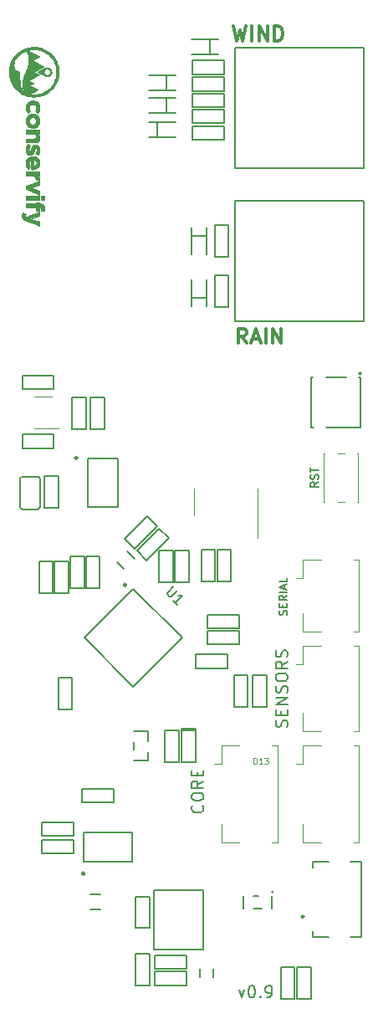
<source format=gbr>
G04 #@! TF.GenerationSoftware,KiCad,Pcbnew,5.0.0-fee4fd1~65~ubuntu16.04.1*
G04 #@! TF.CreationDate,2018-07-27T11:24:30-07:00*
G04 #@! TF.ProjectId,fk-weather,666B2D776561746865722E6B69636164,0.1*
G04 #@! TF.SameCoordinates,PX791ddc0PY791ddc0*
G04 #@! TF.FileFunction,Legend,Top*
G04 #@! TF.FilePolarity,Positive*
%FSLAX46Y46*%
G04 Gerber Fmt 4.6, Leading zero omitted, Abs format (unit mm)*
G04 Created by KiCad (PCBNEW 5.0.0-fee4fd1~65~ubuntu16.04.1) date Fri Jul 27 11:24:30 2018*
%MOMM*%
%LPD*%
G01*
G04 APERTURE LIST*
%ADD10C,0.200000*%
%ADD11C,0.300000*%
%ADD12C,0.110000*%
%ADD13C,0.150000*%
%ADD14C,0.010000*%
%ADD15C,0.120000*%
%ADD16C,0.152400*%
G04 APERTURE END LIST*
D10*
X-12884191Y-33978619D02*
X-12846096Y-33864333D01*
X-12846096Y-33673857D01*
X-12884191Y-33597666D01*
X-12922286Y-33559571D01*
X-12998477Y-33521476D01*
X-13074667Y-33521476D01*
X-13150858Y-33559571D01*
X-13188953Y-33597666D01*
X-13227048Y-33673857D01*
X-13265143Y-33826238D01*
X-13303239Y-33902428D01*
X-13341334Y-33940523D01*
X-13417524Y-33978619D01*
X-13493715Y-33978619D01*
X-13569905Y-33940523D01*
X-13608000Y-33902428D01*
X-13646096Y-33826238D01*
X-13646096Y-33635761D01*
X-13608000Y-33521476D01*
X-13265143Y-33178619D02*
X-13265143Y-32911952D01*
X-12846096Y-32797666D02*
X-12846096Y-33178619D01*
X-13646096Y-33178619D01*
X-13646096Y-32797666D01*
X-12846096Y-31997666D02*
X-13227048Y-32264333D01*
X-12846096Y-32454809D02*
X-13646096Y-32454809D01*
X-13646096Y-32150047D01*
X-13608000Y-32073857D01*
X-13569905Y-32035761D01*
X-13493715Y-31997666D01*
X-13379429Y-31997666D01*
X-13303239Y-32035761D01*
X-13265143Y-32073857D01*
X-13227048Y-32150047D01*
X-13227048Y-32454809D01*
X-12846096Y-31654809D02*
X-13646096Y-31654809D01*
X-13074667Y-31311952D02*
X-13074667Y-30931000D01*
X-12846096Y-31388142D02*
X-13646096Y-31121476D01*
X-12846096Y-30854809D01*
X-12846096Y-30207190D02*
X-12846096Y-30588142D01*
X-13646096Y-30588142D01*
X-9671096Y-20504095D02*
X-10052048Y-20770761D01*
X-9671096Y-20961238D02*
X-10471096Y-20961238D01*
X-10471096Y-20656476D01*
X-10433000Y-20580285D01*
X-10394905Y-20542190D01*
X-10318715Y-20504095D01*
X-10204429Y-20504095D01*
X-10128239Y-20542190D01*
X-10090143Y-20580285D01*
X-10052048Y-20656476D01*
X-10052048Y-20961238D01*
X-9709191Y-20199333D02*
X-9671096Y-20085047D01*
X-9671096Y-19894571D01*
X-9709191Y-19818380D01*
X-9747286Y-19780285D01*
X-9823477Y-19742190D01*
X-9899667Y-19742190D01*
X-9975858Y-19780285D01*
X-10013953Y-19818380D01*
X-10052048Y-19894571D01*
X-10090143Y-20046952D01*
X-10128239Y-20123142D01*
X-10166334Y-20161238D01*
X-10242524Y-20199333D01*
X-10318715Y-20199333D01*
X-10394905Y-20161238D01*
X-10433000Y-20123142D01*
X-10471096Y-20046952D01*
X-10471096Y-19856476D01*
X-10433000Y-19742190D01*
X-10471096Y-19513619D02*
X-10471096Y-19056476D01*
X-9671096Y-19285047D02*
X-10471096Y-19285047D01*
X-12849286Y-45287714D02*
X-12792143Y-45116285D01*
X-12792143Y-44830571D01*
X-12849286Y-44716285D01*
X-12906429Y-44659142D01*
X-13020715Y-44602000D01*
X-13135000Y-44602000D01*
X-13249286Y-44659142D01*
X-13306429Y-44716285D01*
X-13363572Y-44830571D01*
X-13420715Y-45059142D01*
X-13477858Y-45173428D01*
X-13535000Y-45230571D01*
X-13649286Y-45287714D01*
X-13763572Y-45287714D01*
X-13877858Y-45230571D01*
X-13935000Y-45173428D01*
X-13992143Y-45059142D01*
X-13992143Y-44773428D01*
X-13935000Y-44602000D01*
X-13420715Y-44087714D02*
X-13420715Y-43687714D01*
X-12792143Y-43516285D02*
X-12792143Y-44087714D01*
X-13992143Y-44087714D01*
X-13992143Y-43516285D01*
X-12792143Y-43002000D02*
X-13992143Y-43002000D01*
X-12792143Y-42316285D01*
X-13992143Y-42316285D01*
X-12849286Y-41802000D02*
X-12792143Y-41630571D01*
X-12792143Y-41344857D01*
X-12849286Y-41230571D01*
X-12906429Y-41173428D01*
X-13020715Y-41116285D01*
X-13135000Y-41116285D01*
X-13249286Y-41173428D01*
X-13306429Y-41230571D01*
X-13363572Y-41344857D01*
X-13420715Y-41573428D01*
X-13477858Y-41687714D01*
X-13535000Y-41744857D01*
X-13649286Y-41802000D01*
X-13763572Y-41802000D01*
X-13877858Y-41744857D01*
X-13935000Y-41687714D01*
X-13992143Y-41573428D01*
X-13992143Y-41287714D01*
X-13935000Y-41116285D01*
X-13992143Y-40373428D02*
X-13992143Y-40144857D01*
X-13935000Y-40030571D01*
X-13820715Y-39916285D01*
X-13592143Y-39859142D01*
X-13192143Y-39859142D01*
X-12963572Y-39916285D01*
X-12849286Y-40030571D01*
X-12792143Y-40144857D01*
X-12792143Y-40373428D01*
X-12849286Y-40487714D01*
X-12963572Y-40602000D01*
X-13192143Y-40659142D01*
X-13592143Y-40659142D01*
X-13820715Y-40602000D01*
X-13935000Y-40487714D01*
X-13992143Y-40373428D01*
X-12792143Y-38659142D02*
X-13363572Y-39059142D01*
X-12792143Y-39344857D02*
X-13992143Y-39344857D01*
X-13992143Y-38887714D01*
X-13935000Y-38773428D01*
X-13877858Y-38716285D01*
X-13763572Y-38659142D01*
X-13592143Y-38659142D01*
X-13477858Y-38716285D01*
X-13420715Y-38773428D01*
X-13363572Y-38887714D01*
X-13363572Y-39344857D01*
X-12849286Y-38202000D02*
X-12792143Y-38030571D01*
X-12792143Y-37744857D01*
X-12849286Y-37630571D01*
X-12906429Y-37573428D01*
X-13020715Y-37516285D01*
X-13135000Y-37516285D01*
X-13249286Y-37573428D01*
X-13306429Y-37630571D01*
X-13363572Y-37744857D01*
X-13420715Y-37973428D01*
X-13477858Y-38087714D01*
X-13535000Y-38144857D01*
X-13649286Y-38202000D01*
X-13763572Y-38202000D01*
X-13877858Y-38144857D01*
X-13935000Y-38087714D01*
X-13992143Y-37973428D01*
X-13992143Y-37687714D01*
X-13935000Y-37516285D01*
X-21415429Y-53216000D02*
X-21358286Y-53273142D01*
X-21301143Y-53444571D01*
X-21301143Y-53558857D01*
X-21358286Y-53730285D01*
X-21472572Y-53844571D01*
X-21586858Y-53901714D01*
X-21815429Y-53958857D01*
X-21986858Y-53958857D01*
X-22215429Y-53901714D01*
X-22329715Y-53844571D01*
X-22444000Y-53730285D01*
X-22501143Y-53558857D01*
X-22501143Y-53444571D01*
X-22444000Y-53273142D01*
X-22386858Y-53216000D01*
X-22501143Y-52473142D02*
X-22501143Y-52244571D01*
X-22444000Y-52130285D01*
X-22329715Y-52016000D01*
X-22101143Y-51958857D01*
X-21701143Y-51958857D01*
X-21472572Y-52016000D01*
X-21358286Y-52130285D01*
X-21301143Y-52244571D01*
X-21301143Y-52473142D01*
X-21358286Y-52587428D01*
X-21472572Y-52701714D01*
X-21701143Y-52758857D01*
X-22101143Y-52758857D01*
X-22329715Y-52701714D01*
X-22444000Y-52587428D01*
X-22501143Y-52473142D01*
X-21301143Y-50758857D02*
X-21872572Y-51158857D01*
X-21301143Y-51444571D02*
X-22501143Y-51444571D01*
X-22501143Y-50987428D01*
X-22444000Y-50873142D01*
X-22386858Y-50816000D01*
X-22272572Y-50758857D01*
X-22101143Y-50758857D01*
X-21986858Y-50816000D01*
X-21929715Y-50873142D01*
X-21872572Y-50987428D01*
X-21872572Y-51444571D01*
X-21929715Y-50244571D02*
X-21929715Y-49844571D01*
X-21301143Y-49673142D02*
X-21301143Y-50244571D01*
X-22501143Y-50244571D01*
X-22501143Y-49673142D01*
D11*
X-16917029Y-6469771D02*
X-17417029Y-5755485D01*
X-17774172Y-6469771D02*
X-17774172Y-4969771D01*
X-17202743Y-4969771D01*
X-17059886Y-5041200D01*
X-16988458Y-5112628D01*
X-16917029Y-5255485D01*
X-16917029Y-5469771D01*
X-16988458Y-5612628D01*
X-17059886Y-5684057D01*
X-17202743Y-5755485D01*
X-17774172Y-5755485D01*
X-16345600Y-6041200D02*
X-15631315Y-6041200D01*
X-16488458Y-6469771D02*
X-15988458Y-4969771D01*
X-15488458Y-6469771D01*
X-14988458Y-6469771D02*
X-14988458Y-4969771D01*
X-14274172Y-6469771D02*
X-14274172Y-4969771D01*
X-13417029Y-6469771D01*
X-13417029Y-4969771D01*
X-18258315Y25637229D02*
X-17901172Y24137229D01*
X-17615458Y25208658D01*
X-17329743Y24137229D01*
X-16972600Y25637229D01*
X-16401172Y24137229D02*
X-16401172Y25637229D01*
X-15686886Y24137229D02*
X-15686886Y25637229D01*
X-14829743Y24137229D01*
X-14829743Y25637229D01*
X-14115458Y24137229D02*
X-14115458Y25637229D01*
X-13758315Y25637229D01*
X-13544029Y25565800D01*
X-13401172Y25422943D01*
X-13329743Y25280086D01*
X-13258315Y24994372D01*
X-13258315Y24780086D01*
X-13329743Y24494372D01*
X-13401172Y24351515D01*
X-13544029Y24208658D01*
X-13758315Y24137229D01*
X-14115458Y24137229D01*
D12*
X-16222572Y-49039428D02*
X-16222572Y-48439428D01*
X-16079715Y-48439428D01*
X-15994000Y-48468000D01*
X-15936858Y-48525142D01*
X-15908286Y-48582285D01*
X-15879715Y-48696571D01*
X-15879715Y-48782285D01*
X-15908286Y-48896571D01*
X-15936858Y-48953714D01*
X-15994000Y-49010857D01*
X-16079715Y-49039428D01*
X-16222572Y-49039428D01*
X-15308286Y-49039428D02*
X-15651143Y-49039428D01*
X-15479715Y-49039428D02*
X-15479715Y-48439428D01*
X-15536858Y-48525142D01*
X-15594000Y-48582285D01*
X-15651143Y-48610857D01*
X-15108286Y-48439428D02*
X-14736858Y-48439428D01*
X-14936858Y-48668000D01*
X-14851143Y-48668000D01*
X-14794000Y-48696571D01*
X-14765429Y-48725142D01*
X-14736858Y-48782285D01*
X-14736858Y-48925142D01*
X-14765429Y-48982285D01*
X-14794000Y-49010857D01*
X-14851143Y-49039428D01*
X-15022572Y-49039428D01*
X-15079715Y-49010857D01*
X-15108286Y-48982285D01*
D10*
X-17716286Y-71878857D02*
X-17430572Y-72678857D01*
X-17144858Y-71878857D01*
X-16459143Y-71478857D02*
X-16344858Y-71478857D01*
X-16230572Y-71536000D01*
X-16173429Y-71593142D01*
X-16116286Y-71707428D01*
X-16059143Y-71936000D01*
X-16059143Y-72221714D01*
X-16116286Y-72450285D01*
X-16173429Y-72564571D01*
X-16230572Y-72621714D01*
X-16344858Y-72678857D01*
X-16459143Y-72678857D01*
X-16573429Y-72621714D01*
X-16630572Y-72564571D01*
X-16687715Y-72450285D01*
X-16744858Y-72221714D01*
X-16744858Y-71936000D01*
X-16687715Y-71707428D01*
X-16630572Y-71593142D01*
X-16573429Y-71536000D01*
X-16459143Y-71478857D01*
X-15544858Y-72564571D02*
X-15487715Y-72621714D01*
X-15544858Y-72678857D01*
X-15602000Y-72621714D01*
X-15544858Y-72564571D01*
X-15544858Y-72678857D01*
X-14916286Y-72678857D02*
X-14687715Y-72678857D01*
X-14573429Y-72621714D01*
X-14516286Y-72564571D01*
X-14402000Y-72393142D01*
X-14344858Y-72164571D01*
X-14344858Y-71707428D01*
X-14402000Y-71593142D01*
X-14459143Y-71536000D01*
X-14573429Y-71478857D01*
X-14802000Y-71478857D01*
X-14916286Y-71536000D01*
X-14973429Y-71593142D01*
X-15030572Y-71707428D01*
X-15030572Y-71993142D01*
X-14973429Y-72107428D01*
X-14916286Y-72164571D01*
X-14802000Y-72221714D01*
X-14573429Y-72221714D01*
X-14459143Y-72164571D01*
X-14402000Y-72107428D01*
X-14344858Y-71993142D01*
D13*
G04 #@! TO.C,J1*
X-5336000Y-66538000D02*
X-5336000Y-58938000D01*
X-5336000Y-66538000D02*
X-6436000Y-66538000D01*
X-6436000Y-58938000D02*
X-5336000Y-58938000D01*
X-10186000Y-66538000D02*
X-10186000Y-65988000D01*
X-8636000Y-66538000D02*
X-10186000Y-66538000D01*
X-10186000Y-58938000D02*
X-10186000Y-59488000D01*
X-8636000Y-58938000D02*
X-10186000Y-58938000D01*
D11*
X-11173289Y-64484000D02*
G75*
G03X-11173289Y-64484000I-70711J0D01*
G01*
D14*
G04 #@! TO.C,G\002A\002A\002A*
G36*
X-35957033Y20939691D02*
X-35957629Y20883813D01*
X-35958847Y20835701D01*
X-35960871Y20792888D01*
X-35963883Y20752910D01*
X-35968067Y20713299D01*
X-35973607Y20671591D01*
X-35980685Y20625320D01*
X-35988860Y20575729D01*
X-36023912Y20405374D01*
X-36070926Y20238464D01*
X-36129488Y20075588D01*
X-36199186Y19917334D01*
X-36279607Y19764292D01*
X-36370337Y19617051D01*
X-36470963Y19476200D01*
X-36581073Y19342329D01*
X-36700253Y19216027D01*
X-36828090Y19097883D01*
X-36964171Y18988487D01*
X-37108084Y18888427D01*
X-37219097Y18820901D01*
X-37377365Y18737296D01*
X-37539149Y18665873D01*
X-37704499Y18606618D01*
X-37873469Y18559519D01*
X-38046110Y18524564D01*
X-38222475Y18501740D01*
X-38402617Y18491033D01*
X-38577488Y18492082D01*
X-38752368Y18504843D01*
X-38925419Y18529995D01*
X-39096002Y18567285D01*
X-39263478Y18616459D01*
X-39427207Y18677266D01*
X-39586551Y18749451D01*
X-39740871Y18832762D01*
X-39889526Y18926945D01*
X-40031878Y19031747D01*
X-40115880Y19101246D01*
X-40157310Y19138565D01*
X-40203940Y19183116D01*
X-40253318Y19232359D01*
X-40302990Y19283751D01*
X-40350504Y19334753D01*
X-40393407Y19382823D01*
X-40429245Y19425419D01*
X-40431529Y19428258D01*
X-40538386Y19571477D01*
X-40634532Y19720922D01*
X-40719589Y19875903D01*
X-40793175Y20035735D01*
X-40850478Y20186650D01*
X-40902765Y20358736D01*
X-40942652Y20532915D01*
X-40970076Y20708702D01*
X-40984971Y20885611D01*
X-40987271Y21063155D01*
X-40982296Y21174075D01*
X-40964112Y21351113D01*
X-40933661Y21525504D01*
X-40891208Y21696668D01*
X-40837017Y21864022D01*
X-40771353Y22026984D01*
X-40694480Y22184973D01*
X-40606662Y22337406D01*
X-40508165Y22483702D01*
X-40399252Y22623278D01*
X-40280187Y22755553D01*
X-40249389Y22786890D01*
X-40119468Y22907984D01*
X-39982465Y23018786D01*
X-39838979Y23119119D01*
X-39689609Y23208805D01*
X-39534953Y23287666D01*
X-39375611Y23355525D01*
X-39253453Y23397891D01*
X-39253453Y23150160D01*
X-39262242Y23148906D01*
X-39280715Y23143079D01*
X-39307015Y23133412D01*
X-39339290Y23120639D01*
X-39375684Y23105494D01*
X-39414343Y23088711D01*
X-39453315Y23071068D01*
X-39489077Y23053474D01*
X-39532339Y23030551D01*
X-39580055Y23004050D01*
X-39629181Y22975719D01*
X-39676671Y22947309D01*
X-39719479Y22920567D01*
X-39747675Y22901983D01*
X-39866751Y22814766D01*
X-39982152Y22718149D01*
X-40092006Y22613999D01*
X-40194435Y22504185D01*
X-40287566Y22390575D01*
X-40354889Y22297062D01*
X-40390018Y22236351D01*
X-40421303Y22164319D01*
X-40448497Y22081826D01*
X-40471352Y21989732D01*
X-40489618Y21888896D01*
X-40502388Y21786850D01*
X-40504536Y21753605D01*
X-40505476Y21711796D01*
X-40505253Y21665498D01*
X-40503915Y21618787D01*
X-40501509Y21575737D01*
X-40499697Y21554591D01*
X-40487718Y21470957D01*
X-40469402Y21393513D01*
X-40445245Y21323696D01*
X-40415745Y21262944D01*
X-40381646Y21212997D01*
X-40351001Y21180215D01*
X-40318501Y21155722D01*
X-40281062Y21137830D01*
X-40235600Y21124849D01*
X-40212441Y21120289D01*
X-40151615Y21106489D01*
X-40101262Y21088021D01*
X-40059708Y21063926D01*
X-40025280Y21033249D01*
X-39997868Y20997471D01*
X-39978575Y20963864D01*
X-39962031Y20926472D01*
X-39948080Y20884261D01*
X-39936567Y20836200D01*
X-39927336Y20781258D01*
X-39920230Y20718403D01*
X-39915095Y20646603D01*
X-39911775Y20564826D01*
X-39910112Y20472041D01*
X-39909848Y20414594D01*
X-39908111Y20265510D01*
X-39903091Y20128515D01*
X-39894789Y20003648D01*
X-39883210Y19890947D01*
X-39868356Y19790450D01*
X-39855066Y19723100D01*
X-39821662Y19597604D01*
X-39778761Y19477991D01*
X-39726835Y19365118D01*
X-39666357Y19259842D01*
X-39597799Y19163019D01*
X-39521635Y19075505D01*
X-39470362Y19025902D01*
X-39444631Y19002656D01*
X-39478022Y19069191D01*
X-39494414Y19103115D01*
X-39511335Y19140227D01*
X-39526300Y19174986D01*
X-39533321Y19192444D01*
X-39549245Y19238161D01*
X-39565492Y19292795D01*
X-39581145Y19352625D01*
X-39595283Y19413931D01*
X-39606989Y19472990D01*
X-39614946Y19523075D01*
X-39619581Y19567740D01*
X-39623041Y19621820D01*
X-39625298Y19682084D01*
X-39626324Y19745300D01*
X-39626094Y19808235D01*
X-39624578Y19867658D01*
X-39621750Y19920336D01*
X-39618592Y19954875D01*
X-39593478Y20122943D01*
X-39556837Y20293657D01*
X-39509096Y20465378D01*
X-39450682Y20636467D01*
X-39420235Y20714780D01*
X-39409513Y20741152D01*
X-39399251Y20765957D01*
X-39388793Y20790662D01*
X-39377481Y20816735D01*
X-39364660Y20845645D01*
X-39349672Y20878860D01*
X-39331862Y20917848D01*
X-39310571Y20964078D01*
X-39285144Y21019017D01*
X-39258127Y21077238D01*
X-39185344Y21245531D01*
X-39123780Y21412596D01*
X-39073460Y21578056D01*
X-39034407Y21741534D01*
X-39006647Y21902654D01*
X-38990206Y22061038D01*
X-38985107Y22216310D01*
X-38991376Y22368092D01*
X-39009037Y22516008D01*
X-39038116Y22659681D01*
X-39078638Y22798733D01*
X-39130627Y22932788D01*
X-39134831Y22942276D01*
X-39149329Y22973173D01*
X-39166206Y23006668D01*
X-39184318Y23040760D01*
X-39202526Y23073449D01*
X-39219687Y23102735D01*
X-39234659Y23126617D01*
X-39246303Y23143095D01*
X-39253453Y23150160D01*
X-39253453Y23397891D01*
X-39212181Y23412205D01*
X-39045263Y23457527D01*
X-38875455Y23491314D01*
X-38703356Y23513389D01*
X-38529564Y23523573D01*
X-38401590Y23522196D01*
X-38401590Y23291399D01*
X-38476682Y23291365D01*
X-38553688Y23289560D01*
X-38629384Y23286079D01*
X-38700542Y23281014D01*
X-38763938Y23274460D01*
X-38792150Y23270588D01*
X-38835074Y23263614D01*
X-38880403Y23255448D01*
X-38926539Y23246460D01*
X-38971883Y23237021D01*
X-39014837Y23227501D01*
X-39053804Y23218269D01*
X-39087184Y23209695D01*
X-39113379Y23202149D01*
X-39130791Y23196001D01*
X-39137822Y23191621D01*
X-39137607Y23190642D01*
X-39131645Y23187399D01*
X-39115100Y23178773D01*
X-39088709Y23165142D01*
X-39053208Y23146881D01*
X-39009332Y23124368D01*
X-38957819Y23097979D01*
X-38899404Y23068092D01*
X-38834824Y23035083D01*
X-38764815Y22999330D01*
X-38690113Y22961208D01*
X-38611454Y22921096D01*
X-38529575Y22879369D01*
X-38526852Y22877982D01*
X-38444902Y22836195D01*
X-38366176Y22795977D01*
X-38291409Y22757705D01*
X-38221334Y22721760D01*
X-38156685Y22688520D01*
X-38098197Y22658364D01*
X-38046603Y22631671D01*
X-38002637Y22608821D01*
X-37967034Y22590193D01*
X-37940527Y22576165D01*
X-37923851Y22567117D01*
X-37917739Y22563428D01*
X-37917726Y22563401D01*
X-37922922Y22559626D01*
X-37938411Y22550420D01*
X-37963263Y22536293D01*
X-37996546Y22517757D01*
X-38037331Y22495323D01*
X-38084685Y22469502D01*
X-38137679Y22440804D01*
X-38195382Y22409742D01*
X-38256863Y22376826D01*
X-38278001Y22365549D01*
X-38340571Y22332130D01*
X-38399713Y22300414D01*
X-38454492Y22270910D01*
X-38503971Y22244129D01*
X-38547215Y22220581D01*
X-38583290Y22200774D01*
X-38611260Y22185220D01*
X-38630189Y22174428D01*
X-38639143Y22168907D01*
X-38639750Y22168329D01*
X-38634231Y22164869D01*
X-38618169Y22155972D01*
X-38592304Y22142028D01*
X-38557380Y22123426D01*
X-38514136Y22100556D01*
X-38463314Y22073808D01*
X-38405656Y22043571D01*
X-38341902Y22010235D01*
X-38272795Y21974189D01*
X-38199076Y21935823D01*
X-38121486Y21895526D01*
X-38053962Y21860522D01*
X-37973606Y21818883D01*
X-37896425Y21778853D01*
X-37823168Y21740823D01*
X-37754583Y21705182D01*
X-37691419Y21672322D01*
X-37634423Y21642632D01*
X-37584344Y21616501D01*
X-37541931Y21594321D01*
X-37507931Y21576481D01*
X-37483093Y21563371D01*
X-37468165Y21555381D01*
X-37463836Y21552917D01*
X-37468673Y21549388D01*
X-37483952Y21540322D01*
X-37508900Y21526141D01*
X-37542743Y21507269D01*
X-37584708Y21484128D01*
X-37634022Y21457141D01*
X-37689913Y21426731D01*
X-37751607Y21393321D01*
X-37818331Y21357333D01*
X-37889312Y21319191D01*
X-37963776Y21279317D01*
X-37976531Y21272500D01*
X-38051594Y21232364D01*
X-38123384Y21193911D01*
X-38191119Y21157564D01*
X-38254019Y21123746D01*
X-38311303Y21092877D01*
X-38362189Y21065380D01*
X-38405898Y21041678D01*
X-38441647Y21022192D01*
X-38468657Y21007344D01*
X-38486145Y20997557D01*
X-38493332Y20993252D01*
X-38493474Y20993100D01*
X-38487991Y20989641D01*
X-38472308Y20980952D01*
X-38447519Y20967612D01*
X-38414720Y20950199D01*
X-38375004Y20929292D01*
X-38329466Y20905469D01*
X-38279200Y20879308D01*
X-38225302Y20851387D01*
X-38223667Y20850542D01*
X-38169671Y20822552D01*
X-38119281Y20796262D01*
X-38073591Y20772256D01*
X-38033696Y20751117D01*
X-38000690Y20733428D01*
X-37975668Y20719773D01*
X-37959724Y20710734D01*
X-37953954Y20706894D01*
X-37953950Y20706867D01*
X-37959421Y20703306D01*
X-37975305Y20694208D01*
X-38000804Y20680005D01*
X-38035122Y20661130D01*
X-38077461Y20638016D01*
X-38127024Y20611096D01*
X-38183016Y20580803D01*
X-38244638Y20547569D01*
X-38311094Y20511828D01*
X-38381587Y20474012D01*
X-38450837Y20436951D01*
X-38525034Y20397279D01*
X-38596416Y20359095D01*
X-38664134Y20322856D01*
X-38727339Y20289015D01*
X-38785183Y20258027D01*
X-38836817Y20230348D01*
X-38881394Y20206431D01*
X-38918065Y20186732D01*
X-38945982Y20171706D01*
X-38964296Y20161806D01*
X-38971812Y20157687D01*
X-38995900Y20144047D01*
X-38743212Y20013377D01*
X-38691032Y19986278D01*
X-38642529Y19960866D01*
X-38598828Y19937746D01*
X-38561056Y19917525D01*
X-38530338Y19900808D01*
X-38507800Y19888202D01*
X-38494569Y19880314D01*
X-38491432Y19877833D01*
X-38497049Y19873827D01*
X-38512633Y19864572D01*
X-38536931Y19850767D01*
X-38568689Y19833107D01*
X-38606653Y19812291D01*
X-38649569Y19789016D01*
X-38696087Y19764030D01*
X-38742472Y19739080D01*
X-38784949Y19715940D01*
X-38822301Y19695294D01*
X-38853311Y19677830D01*
X-38876761Y19664232D01*
X-38891433Y19655187D01*
X-38896111Y19651380D01*
X-38896100Y19651368D01*
X-38889990Y19647919D01*
X-38873478Y19639108D01*
X-38847449Y19625396D01*
X-38812788Y19607244D01*
X-38770378Y19585112D01*
X-38721105Y19559463D01*
X-38665853Y19530756D01*
X-38605506Y19499454D01*
X-38540950Y19466016D01*
X-38473068Y19430904D01*
X-38470894Y19429779D01*
X-38403030Y19394659D01*
X-38338554Y19361210D01*
X-38278339Y19329889D01*
X-38223258Y19301155D01*
X-38174187Y19275468D01*
X-38132000Y19253286D01*
X-38097571Y19235067D01*
X-38071773Y19221270D01*
X-38055482Y19212353D01*
X-38049572Y19208776D01*
X-38049564Y19208750D01*
X-38054947Y19205135D01*
X-38070464Y19195702D01*
X-38095240Y19180962D01*
X-38128398Y19161429D01*
X-38169064Y19137613D01*
X-38216361Y19110027D01*
X-38269414Y19079182D01*
X-38327346Y19045591D01*
X-38389283Y19009766D01*
X-38440001Y18980491D01*
X-38504338Y18943288D01*
X-38565235Y18907880D01*
X-38621831Y18874779D01*
X-38673262Y18844501D01*
X-38718666Y18817559D01*
X-38757181Y18794466D01*
X-38787944Y18775736D01*
X-38810094Y18761882D01*
X-38822767Y18753418D01*
X-38825510Y18750880D01*
X-38815020Y18746656D01*
X-38793499Y18742430D01*
X-38762618Y18738330D01*
X-38724044Y18734483D01*
X-38679448Y18731018D01*
X-38630498Y18728061D01*
X-38578864Y18725742D01*
X-38526214Y18724188D01*
X-38474218Y18723527D01*
X-38468300Y18723514D01*
X-38359085Y18725170D01*
X-38258480Y18730648D01*
X-38162864Y18740349D01*
X-38068615Y18754680D01*
X-37972113Y18774042D01*
X-37931725Y18783369D01*
X-37770256Y18828007D01*
X-37614821Y18883489D01*
X-37464448Y18950241D01*
X-37318165Y19028689D01*
X-37191950Y19107803D01*
X-37125968Y19153306D01*
X-37066270Y19197492D01*
X-37009933Y19242784D01*
X-36954036Y19291607D01*
X-36895656Y19346386D01*
X-36848777Y19392544D01*
X-36767865Y19476574D01*
X-36696047Y19558034D01*
X-36630989Y19639888D01*
X-36570352Y19725098D01*
X-36511801Y19816629D01*
X-36503158Y19830912D01*
X-36421821Y19978327D01*
X-36352190Y20129965D01*
X-36294245Y20285166D01*
X-36247970Y20443270D01*
X-36213346Y20603615D01*
X-36190355Y20765543D01*
X-36178980Y20928391D01*
X-36179202Y21091499D01*
X-36191003Y21254206D01*
X-36214366Y21415853D01*
X-36249272Y21575778D01*
X-36295704Y21733321D01*
X-36353643Y21887822D01*
X-36423071Y22038619D01*
X-36503971Y22185052D01*
X-36570050Y22288500D01*
X-36670211Y22425234D01*
X-36779364Y22553297D01*
X-36896935Y22672352D01*
X-37022350Y22782063D01*
X-37155036Y22882092D01*
X-37294417Y22972104D01*
X-37439920Y23051760D01*
X-37590971Y23120726D01*
X-37746996Y23178663D01*
X-37907421Y23225235D01*
X-38071671Y23260105D01*
X-38239173Y23282938D01*
X-38270055Y23285780D01*
X-38331639Y23289569D01*
X-38401590Y23291399D01*
X-38401590Y23522196D01*
X-38354680Y23521690D01*
X-38179301Y23507561D01*
X-38004027Y23481009D01*
X-37947167Y23469671D01*
X-37776090Y23427175D01*
X-37609898Y23373260D01*
X-37449031Y23308381D01*
X-37293926Y23232993D01*
X-37145021Y23147551D01*
X-37002756Y23052509D01*
X-36867567Y22948322D01*
X-36739894Y22835445D01*
X-36620173Y22714333D01*
X-36508845Y22585440D01*
X-36406346Y22449222D01*
X-36313115Y22306132D01*
X-36229590Y22156626D01*
X-36156210Y22001158D01*
X-36093412Y21840183D01*
X-36041635Y21674157D01*
X-36001317Y21503533D01*
X-35989095Y21437600D01*
X-35980360Y21385368D01*
X-35973339Y21339611D01*
X-35967849Y21297890D01*
X-35963708Y21257768D01*
X-35960735Y21216809D01*
X-35958747Y21172573D01*
X-35957563Y21122625D01*
X-35957000Y21064527D01*
X-35956875Y21005800D01*
X-35957033Y20939691D01*
X-35957033Y20939691D01*
G37*
X-35957033Y20939691D02*
X-35957629Y20883813D01*
X-35958847Y20835701D01*
X-35960871Y20792888D01*
X-35963883Y20752910D01*
X-35968067Y20713299D01*
X-35973607Y20671591D01*
X-35980685Y20625320D01*
X-35988860Y20575729D01*
X-36023912Y20405374D01*
X-36070926Y20238464D01*
X-36129488Y20075588D01*
X-36199186Y19917334D01*
X-36279607Y19764292D01*
X-36370337Y19617051D01*
X-36470963Y19476200D01*
X-36581073Y19342329D01*
X-36700253Y19216027D01*
X-36828090Y19097883D01*
X-36964171Y18988487D01*
X-37108084Y18888427D01*
X-37219097Y18820901D01*
X-37377365Y18737296D01*
X-37539149Y18665873D01*
X-37704499Y18606618D01*
X-37873469Y18559519D01*
X-38046110Y18524564D01*
X-38222475Y18501740D01*
X-38402617Y18491033D01*
X-38577488Y18492082D01*
X-38752368Y18504843D01*
X-38925419Y18529995D01*
X-39096002Y18567285D01*
X-39263478Y18616459D01*
X-39427207Y18677266D01*
X-39586551Y18749451D01*
X-39740871Y18832762D01*
X-39889526Y18926945D01*
X-40031878Y19031747D01*
X-40115880Y19101246D01*
X-40157310Y19138565D01*
X-40203940Y19183116D01*
X-40253318Y19232359D01*
X-40302990Y19283751D01*
X-40350504Y19334753D01*
X-40393407Y19382823D01*
X-40429245Y19425419D01*
X-40431529Y19428258D01*
X-40538386Y19571477D01*
X-40634532Y19720922D01*
X-40719589Y19875903D01*
X-40793175Y20035735D01*
X-40850478Y20186650D01*
X-40902765Y20358736D01*
X-40942652Y20532915D01*
X-40970076Y20708702D01*
X-40984971Y20885611D01*
X-40987271Y21063155D01*
X-40982296Y21174075D01*
X-40964112Y21351113D01*
X-40933661Y21525504D01*
X-40891208Y21696668D01*
X-40837017Y21864022D01*
X-40771353Y22026984D01*
X-40694480Y22184973D01*
X-40606662Y22337406D01*
X-40508165Y22483702D01*
X-40399252Y22623278D01*
X-40280187Y22755553D01*
X-40249389Y22786890D01*
X-40119468Y22907984D01*
X-39982465Y23018786D01*
X-39838979Y23119119D01*
X-39689609Y23208805D01*
X-39534953Y23287666D01*
X-39375611Y23355525D01*
X-39253453Y23397891D01*
X-39253453Y23150160D01*
X-39262242Y23148906D01*
X-39280715Y23143079D01*
X-39307015Y23133412D01*
X-39339290Y23120639D01*
X-39375684Y23105494D01*
X-39414343Y23088711D01*
X-39453315Y23071068D01*
X-39489077Y23053474D01*
X-39532339Y23030551D01*
X-39580055Y23004050D01*
X-39629181Y22975719D01*
X-39676671Y22947309D01*
X-39719479Y22920567D01*
X-39747675Y22901983D01*
X-39866751Y22814766D01*
X-39982152Y22718149D01*
X-40092006Y22613999D01*
X-40194435Y22504185D01*
X-40287566Y22390575D01*
X-40354889Y22297062D01*
X-40390018Y22236351D01*
X-40421303Y22164319D01*
X-40448497Y22081826D01*
X-40471352Y21989732D01*
X-40489618Y21888896D01*
X-40502388Y21786850D01*
X-40504536Y21753605D01*
X-40505476Y21711796D01*
X-40505253Y21665498D01*
X-40503915Y21618787D01*
X-40501509Y21575737D01*
X-40499697Y21554591D01*
X-40487718Y21470957D01*
X-40469402Y21393513D01*
X-40445245Y21323696D01*
X-40415745Y21262944D01*
X-40381646Y21212997D01*
X-40351001Y21180215D01*
X-40318501Y21155722D01*
X-40281062Y21137830D01*
X-40235600Y21124849D01*
X-40212441Y21120289D01*
X-40151615Y21106489D01*
X-40101262Y21088021D01*
X-40059708Y21063926D01*
X-40025280Y21033249D01*
X-39997868Y20997471D01*
X-39978575Y20963864D01*
X-39962031Y20926472D01*
X-39948080Y20884261D01*
X-39936567Y20836200D01*
X-39927336Y20781258D01*
X-39920230Y20718403D01*
X-39915095Y20646603D01*
X-39911775Y20564826D01*
X-39910112Y20472041D01*
X-39909848Y20414594D01*
X-39908111Y20265510D01*
X-39903091Y20128515D01*
X-39894789Y20003648D01*
X-39883210Y19890947D01*
X-39868356Y19790450D01*
X-39855066Y19723100D01*
X-39821662Y19597604D01*
X-39778761Y19477991D01*
X-39726835Y19365118D01*
X-39666357Y19259842D01*
X-39597799Y19163019D01*
X-39521635Y19075505D01*
X-39470362Y19025902D01*
X-39444631Y19002656D01*
X-39478022Y19069191D01*
X-39494414Y19103115D01*
X-39511335Y19140227D01*
X-39526300Y19174986D01*
X-39533321Y19192444D01*
X-39549245Y19238161D01*
X-39565492Y19292795D01*
X-39581145Y19352625D01*
X-39595283Y19413931D01*
X-39606989Y19472990D01*
X-39614946Y19523075D01*
X-39619581Y19567740D01*
X-39623041Y19621820D01*
X-39625298Y19682084D01*
X-39626324Y19745300D01*
X-39626094Y19808235D01*
X-39624578Y19867658D01*
X-39621750Y19920336D01*
X-39618592Y19954875D01*
X-39593478Y20122943D01*
X-39556837Y20293657D01*
X-39509096Y20465378D01*
X-39450682Y20636467D01*
X-39420235Y20714780D01*
X-39409513Y20741152D01*
X-39399251Y20765957D01*
X-39388793Y20790662D01*
X-39377481Y20816735D01*
X-39364660Y20845645D01*
X-39349672Y20878860D01*
X-39331862Y20917848D01*
X-39310571Y20964078D01*
X-39285144Y21019017D01*
X-39258127Y21077238D01*
X-39185344Y21245531D01*
X-39123780Y21412596D01*
X-39073460Y21578056D01*
X-39034407Y21741534D01*
X-39006647Y21902654D01*
X-38990206Y22061038D01*
X-38985107Y22216310D01*
X-38991376Y22368092D01*
X-39009037Y22516008D01*
X-39038116Y22659681D01*
X-39078638Y22798733D01*
X-39130627Y22932788D01*
X-39134831Y22942276D01*
X-39149329Y22973173D01*
X-39166206Y23006668D01*
X-39184318Y23040760D01*
X-39202526Y23073449D01*
X-39219687Y23102735D01*
X-39234659Y23126617D01*
X-39246303Y23143095D01*
X-39253453Y23150160D01*
X-39253453Y23397891D01*
X-39212181Y23412205D01*
X-39045263Y23457527D01*
X-38875455Y23491314D01*
X-38703356Y23513389D01*
X-38529564Y23523573D01*
X-38401590Y23522196D01*
X-38401590Y23291399D01*
X-38476682Y23291365D01*
X-38553688Y23289560D01*
X-38629384Y23286079D01*
X-38700542Y23281014D01*
X-38763938Y23274460D01*
X-38792150Y23270588D01*
X-38835074Y23263614D01*
X-38880403Y23255448D01*
X-38926539Y23246460D01*
X-38971883Y23237021D01*
X-39014837Y23227501D01*
X-39053804Y23218269D01*
X-39087184Y23209695D01*
X-39113379Y23202149D01*
X-39130791Y23196001D01*
X-39137822Y23191621D01*
X-39137607Y23190642D01*
X-39131645Y23187399D01*
X-39115100Y23178773D01*
X-39088709Y23165142D01*
X-39053208Y23146881D01*
X-39009332Y23124368D01*
X-38957819Y23097979D01*
X-38899404Y23068092D01*
X-38834824Y23035083D01*
X-38764815Y22999330D01*
X-38690113Y22961208D01*
X-38611454Y22921096D01*
X-38529575Y22879369D01*
X-38526852Y22877982D01*
X-38444902Y22836195D01*
X-38366176Y22795977D01*
X-38291409Y22757705D01*
X-38221334Y22721760D01*
X-38156685Y22688520D01*
X-38098197Y22658364D01*
X-38046603Y22631671D01*
X-38002637Y22608821D01*
X-37967034Y22590193D01*
X-37940527Y22576165D01*
X-37923851Y22567117D01*
X-37917739Y22563428D01*
X-37917726Y22563401D01*
X-37922922Y22559626D01*
X-37938411Y22550420D01*
X-37963263Y22536293D01*
X-37996546Y22517757D01*
X-38037331Y22495323D01*
X-38084685Y22469502D01*
X-38137679Y22440804D01*
X-38195382Y22409742D01*
X-38256863Y22376826D01*
X-38278001Y22365549D01*
X-38340571Y22332130D01*
X-38399713Y22300414D01*
X-38454492Y22270910D01*
X-38503971Y22244129D01*
X-38547215Y22220581D01*
X-38583290Y22200774D01*
X-38611260Y22185220D01*
X-38630189Y22174428D01*
X-38639143Y22168907D01*
X-38639750Y22168329D01*
X-38634231Y22164869D01*
X-38618169Y22155972D01*
X-38592304Y22142028D01*
X-38557380Y22123426D01*
X-38514136Y22100556D01*
X-38463314Y22073808D01*
X-38405656Y22043571D01*
X-38341902Y22010235D01*
X-38272795Y21974189D01*
X-38199076Y21935823D01*
X-38121486Y21895526D01*
X-38053962Y21860522D01*
X-37973606Y21818883D01*
X-37896425Y21778853D01*
X-37823168Y21740823D01*
X-37754583Y21705182D01*
X-37691419Y21672322D01*
X-37634423Y21642632D01*
X-37584344Y21616501D01*
X-37541931Y21594321D01*
X-37507931Y21576481D01*
X-37483093Y21563371D01*
X-37468165Y21555381D01*
X-37463836Y21552917D01*
X-37468673Y21549388D01*
X-37483952Y21540322D01*
X-37508900Y21526141D01*
X-37542743Y21507269D01*
X-37584708Y21484128D01*
X-37634022Y21457141D01*
X-37689913Y21426731D01*
X-37751607Y21393321D01*
X-37818331Y21357333D01*
X-37889312Y21319191D01*
X-37963776Y21279317D01*
X-37976531Y21272500D01*
X-38051594Y21232364D01*
X-38123384Y21193911D01*
X-38191119Y21157564D01*
X-38254019Y21123746D01*
X-38311303Y21092877D01*
X-38362189Y21065380D01*
X-38405898Y21041678D01*
X-38441647Y21022192D01*
X-38468657Y21007344D01*
X-38486145Y20997557D01*
X-38493332Y20993252D01*
X-38493474Y20993100D01*
X-38487991Y20989641D01*
X-38472308Y20980952D01*
X-38447519Y20967612D01*
X-38414720Y20950199D01*
X-38375004Y20929292D01*
X-38329466Y20905469D01*
X-38279200Y20879308D01*
X-38225302Y20851387D01*
X-38223667Y20850542D01*
X-38169671Y20822552D01*
X-38119281Y20796262D01*
X-38073591Y20772256D01*
X-38033696Y20751117D01*
X-38000690Y20733428D01*
X-37975668Y20719773D01*
X-37959724Y20710734D01*
X-37953954Y20706894D01*
X-37953950Y20706867D01*
X-37959421Y20703306D01*
X-37975305Y20694208D01*
X-38000804Y20680005D01*
X-38035122Y20661130D01*
X-38077461Y20638016D01*
X-38127024Y20611096D01*
X-38183016Y20580803D01*
X-38244638Y20547569D01*
X-38311094Y20511828D01*
X-38381587Y20474012D01*
X-38450837Y20436951D01*
X-38525034Y20397279D01*
X-38596416Y20359095D01*
X-38664134Y20322856D01*
X-38727339Y20289015D01*
X-38785183Y20258027D01*
X-38836817Y20230348D01*
X-38881394Y20206431D01*
X-38918065Y20186732D01*
X-38945982Y20171706D01*
X-38964296Y20161806D01*
X-38971812Y20157687D01*
X-38995900Y20144047D01*
X-38743212Y20013377D01*
X-38691032Y19986278D01*
X-38642529Y19960866D01*
X-38598828Y19937746D01*
X-38561056Y19917525D01*
X-38530338Y19900808D01*
X-38507800Y19888202D01*
X-38494569Y19880314D01*
X-38491432Y19877833D01*
X-38497049Y19873827D01*
X-38512633Y19864572D01*
X-38536931Y19850767D01*
X-38568689Y19833107D01*
X-38606653Y19812291D01*
X-38649569Y19789016D01*
X-38696087Y19764030D01*
X-38742472Y19739080D01*
X-38784949Y19715940D01*
X-38822301Y19695294D01*
X-38853311Y19677830D01*
X-38876761Y19664232D01*
X-38891433Y19655187D01*
X-38896111Y19651380D01*
X-38896100Y19651368D01*
X-38889990Y19647919D01*
X-38873478Y19639108D01*
X-38847449Y19625396D01*
X-38812788Y19607244D01*
X-38770378Y19585112D01*
X-38721105Y19559463D01*
X-38665853Y19530756D01*
X-38605506Y19499454D01*
X-38540950Y19466016D01*
X-38473068Y19430904D01*
X-38470894Y19429779D01*
X-38403030Y19394659D01*
X-38338554Y19361210D01*
X-38278339Y19329889D01*
X-38223258Y19301155D01*
X-38174187Y19275468D01*
X-38132000Y19253286D01*
X-38097571Y19235067D01*
X-38071773Y19221270D01*
X-38055482Y19212353D01*
X-38049572Y19208776D01*
X-38049564Y19208750D01*
X-38054947Y19205135D01*
X-38070464Y19195702D01*
X-38095240Y19180962D01*
X-38128398Y19161429D01*
X-38169064Y19137613D01*
X-38216361Y19110027D01*
X-38269414Y19079182D01*
X-38327346Y19045591D01*
X-38389283Y19009766D01*
X-38440001Y18980491D01*
X-38504338Y18943288D01*
X-38565235Y18907880D01*
X-38621831Y18874779D01*
X-38673262Y18844501D01*
X-38718666Y18817559D01*
X-38757181Y18794466D01*
X-38787944Y18775736D01*
X-38810094Y18761882D01*
X-38822767Y18753418D01*
X-38825510Y18750880D01*
X-38815020Y18746656D01*
X-38793499Y18742430D01*
X-38762618Y18738330D01*
X-38724044Y18734483D01*
X-38679448Y18731018D01*
X-38630498Y18728061D01*
X-38578864Y18725742D01*
X-38526214Y18724188D01*
X-38474218Y18723527D01*
X-38468300Y18723514D01*
X-38359085Y18725170D01*
X-38258480Y18730648D01*
X-38162864Y18740349D01*
X-38068615Y18754680D01*
X-37972113Y18774042D01*
X-37931725Y18783369D01*
X-37770256Y18828007D01*
X-37614821Y18883489D01*
X-37464448Y18950241D01*
X-37318165Y19028689D01*
X-37191950Y19107803D01*
X-37125968Y19153306D01*
X-37066270Y19197492D01*
X-37009933Y19242784D01*
X-36954036Y19291607D01*
X-36895656Y19346386D01*
X-36848777Y19392544D01*
X-36767865Y19476574D01*
X-36696047Y19558034D01*
X-36630989Y19639888D01*
X-36570352Y19725098D01*
X-36511801Y19816629D01*
X-36503158Y19830912D01*
X-36421821Y19978327D01*
X-36352190Y20129965D01*
X-36294245Y20285166D01*
X-36247970Y20443270D01*
X-36213346Y20603615D01*
X-36190355Y20765543D01*
X-36178980Y20928391D01*
X-36179202Y21091499D01*
X-36191003Y21254206D01*
X-36214366Y21415853D01*
X-36249272Y21575778D01*
X-36295704Y21733321D01*
X-36353643Y21887822D01*
X-36423071Y22038619D01*
X-36503971Y22185052D01*
X-36570050Y22288500D01*
X-36670211Y22425234D01*
X-36779364Y22553297D01*
X-36896935Y22672352D01*
X-37022350Y22782063D01*
X-37155036Y22882092D01*
X-37294417Y22972104D01*
X-37439920Y23051760D01*
X-37590971Y23120726D01*
X-37746996Y23178663D01*
X-37907421Y23225235D01*
X-38071671Y23260105D01*
X-38239173Y23282938D01*
X-38270055Y23285780D01*
X-38331639Y23289569D01*
X-38401590Y23291399D01*
X-38401590Y23522196D01*
X-38354680Y23521690D01*
X-38179301Y23507561D01*
X-38004027Y23481009D01*
X-37947167Y23469671D01*
X-37776090Y23427175D01*
X-37609898Y23373260D01*
X-37449031Y23308381D01*
X-37293926Y23232993D01*
X-37145021Y23147551D01*
X-37002756Y23052509D01*
X-36867567Y22948322D01*
X-36739894Y22835445D01*
X-36620173Y22714333D01*
X-36508845Y22585440D01*
X-36406346Y22449222D01*
X-36313115Y22306132D01*
X-36229590Y22156626D01*
X-36156210Y22001158D01*
X-36093412Y21840183D01*
X-36041635Y21674157D01*
X-36001317Y21503533D01*
X-35989095Y21437600D01*
X-35980360Y21385368D01*
X-35973339Y21339611D01*
X-35967849Y21297890D01*
X-35963708Y21257768D01*
X-35960735Y21216809D01*
X-35958747Y21172573D01*
X-35957563Y21122625D01*
X-35957000Y21064527D01*
X-35956875Y21005800D01*
X-35957033Y20939691D01*
G36*
X-37903224Y5591007D02*
X-37903435Y5545752D01*
X-37903765Y5506312D01*
X-37904196Y5474183D01*
X-37904708Y5450861D01*
X-37905284Y5437843D01*
X-37905653Y5435600D01*
X-37912883Y5437817D01*
X-37931105Y5444248D01*
X-37959456Y5454564D01*
X-37997068Y5468437D01*
X-38043076Y5485537D01*
X-38096613Y5505537D01*
X-38156813Y5528106D01*
X-38222811Y5552917D01*
X-38293741Y5579641D01*
X-38368736Y5607949D01*
X-38446930Y5637511D01*
X-38527458Y5668000D01*
X-38609453Y5699086D01*
X-38692049Y5730441D01*
X-38774380Y5761736D01*
X-38855581Y5792642D01*
X-38934785Y5822830D01*
X-39011126Y5851972D01*
X-39083738Y5879738D01*
X-39151755Y5905801D01*
X-39214311Y5929830D01*
X-39270540Y5951498D01*
X-39319576Y5970476D01*
X-39360554Y5986434D01*
X-39392606Y5999045D01*
X-39414867Y6007978D01*
X-39426471Y6012906D01*
X-39427150Y6013235D01*
X-39497392Y6053192D01*
X-39555673Y6096691D01*
X-39602325Y6144105D01*
X-39637685Y6195805D01*
X-39662087Y6252163D01*
X-39670533Y6283325D01*
X-39678082Y6329154D01*
X-39682635Y6381754D01*
X-39683928Y6435494D01*
X-39681695Y6484743D01*
X-39680528Y6495918D01*
X-39668860Y6562163D01*
X-39649139Y6628406D01*
X-39641705Y6648450D01*
X-39630729Y6675249D01*
X-39618752Y6701841D01*
X-39607059Y6725676D01*
X-39596932Y6744203D01*
X-39589652Y6754872D01*
X-39587396Y6756467D01*
X-39579492Y6753892D01*
X-39562409Y6746697D01*
X-39538056Y6735798D01*
X-39508341Y6722109D01*
X-39475172Y6706543D01*
X-39440458Y6690014D01*
X-39406108Y6673437D01*
X-39374031Y6657725D01*
X-39346135Y6643793D01*
X-39324329Y6632554D01*
X-39310522Y6624924D01*
X-39306500Y6621949D01*
X-39309179Y6613524D01*
X-39316074Y6597856D01*
X-39322427Y6584846D01*
X-39343586Y6533280D01*
X-39354570Y6483054D01*
X-39355072Y6436111D01*
X-39350212Y6410325D01*
X-39340537Y6389640D01*
X-39324282Y6367934D01*
X-39304909Y6348936D01*
X-39285881Y6336371D01*
X-39279322Y6334024D01*
X-39270775Y6335756D01*
X-39250454Y6342246D01*
X-39218360Y6353493D01*
X-39174495Y6369495D01*
X-39118859Y6390253D01*
X-39051455Y6415766D01*
X-38972284Y6446034D01*
X-38881345Y6481055D01*
X-38778642Y6520831D01*
X-38664175Y6565359D01*
X-38589996Y6594300D01*
X-38501564Y6628817D01*
X-38416411Y6662014D01*
X-38335287Y6693603D01*
X-38258941Y6723293D01*
X-38188123Y6750793D01*
X-38123583Y6775815D01*
X-38066070Y6798066D01*
X-38016334Y6817259D01*
X-37975123Y6833101D01*
X-37943188Y6845303D01*
X-37921279Y6853575D01*
X-37910144Y6857627D01*
X-37908872Y6858000D01*
X-37907319Y6851820D01*
X-37906072Y6833948D01*
X-37905149Y6805392D01*
X-37904573Y6767158D01*
X-37904363Y6720251D01*
X-37904540Y6665677D01*
X-37904650Y6650565D01*
X-37906325Y6443130D01*
X-38819345Y6138794D01*
X-38496185Y6034991D01*
X-38429288Y6013514D01*
X-38361603Y5991803D01*
X-38294948Y5970440D01*
X-38231137Y5950007D01*
X-38171986Y5931084D01*
X-38119312Y5914253D01*
X-38074929Y5900094D01*
X-38040655Y5889190D01*
X-38038087Y5888374D01*
X-37903150Y5845561D01*
X-37903150Y5640581D01*
X-37903224Y5591007D01*
X-37903224Y5591007D01*
G37*
X-37903224Y5591007D02*
X-37903435Y5545752D01*
X-37903765Y5506312D01*
X-37904196Y5474183D01*
X-37904708Y5450861D01*
X-37905284Y5437843D01*
X-37905653Y5435600D01*
X-37912883Y5437817D01*
X-37931105Y5444248D01*
X-37959456Y5454564D01*
X-37997068Y5468437D01*
X-38043076Y5485537D01*
X-38096613Y5505537D01*
X-38156813Y5528106D01*
X-38222811Y5552917D01*
X-38293741Y5579641D01*
X-38368736Y5607949D01*
X-38446930Y5637511D01*
X-38527458Y5668000D01*
X-38609453Y5699086D01*
X-38692049Y5730441D01*
X-38774380Y5761736D01*
X-38855581Y5792642D01*
X-38934785Y5822830D01*
X-39011126Y5851972D01*
X-39083738Y5879738D01*
X-39151755Y5905801D01*
X-39214311Y5929830D01*
X-39270540Y5951498D01*
X-39319576Y5970476D01*
X-39360554Y5986434D01*
X-39392606Y5999045D01*
X-39414867Y6007978D01*
X-39426471Y6012906D01*
X-39427150Y6013235D01*
X-39497392Y6053192D01*
X-39555673Y6096691D01*
X-39602325Y6144105D01*
X-39637685Y6195805D01*
X-39662087Y6252163D01*
X-39670533Y6283325D01*
X-39678082Y6329154D01*
X-39682635Y6381754D01*
X-39683928Y6435494D01*
X-39681695Y6484743D01*
X-39680528Y6495918D01*
X-39668860Y6562163D01*
X-39649139Y6628406D01*
X-39641705Y6648450D01*
X-39630729Y6675249D01*
X-39618752Y6701841D01*
X-39607059Y6725676D01*
X-39596932Y6744203D01*
X-39589652Y6754872D01*
X-39587396Y6756467D01*
X-39579492Y6753892D01*
X-39562409Y6746697D01*
X-39538056Y6735798D01*
X-39508341Y6722109D01*
X-39475172Y6706543D01*
X-39440458Y6690014D01*
X-39406108Y6673437D01*
X-39374031Y6657725D01*
X-39346135Y6643793D01*
X-39324329Y6632554D01*
X-39310522Y6624924D01*
X-39306500Y6621949D01*
X-39309179Y6613524D01*
X-39316074Y6597856D01*
X-39322427Y6584846D01*
X-39343586Y6533280D01*
X-39354570Y6483054D01*
X-39355072Y6436111D01*
X-39350212Y6410325D01*
X-39340537Y6389640D01*
X-39324282Y6367934D01*
X-39304909Y6348936D01*
X-39285881Y6336371D01*
X-39279322Y6334024D01*
X-39270775Y6335756D01*
X-39250454Y6342246D01*
X-39218360Y6353493D01*
X-39174495Y6369495D01*
X-39118859Y6390253D01*
X-39051455Y6415766D01*
X-38972284Y6446034D01*
X-38881345Y6481055D01*
X-38778642Y6520831D01*
X-38664175Y6565359D01*
X-38589996Y6594300D01*
X-38501564Y6628817D01*
X-38416411Y6662014D01*
X-38335287Y6693603D01*
X-38258941Y6723293D01*
X-38188123Y6750793D01*
X-38123583Y6775815D01*
X-38066070Y6798066D01*
X-38016334Y6817259D01*
X-37975123Y6833101D01*
X-37943188Y6845303D01*
X-37921279Y6853575D01*
X-37910144Y6857627D01*
X-37908872Y6858000D01*
X-37907319Y6851820D01*
X-37906072Y6833948D01*
X-37905149Y6805392D01*
X-37904573Y6767158D01*
X-37904363Y6720251D01*
X-37904540Y6665677D01*
X-37904650Y6650565D01*
X-37906325Y6443130D01*
X-38819345Y6138794D01*
X-38496185Y6034991D01*
X-38429288Y6013514D01*
X-38361603Y5991803D01*
X-38294948Y5970440D01*
X-38231137Y5950007D01*
X-38171986Y5931084D01*
X-38119312Y5914253D01*
X-38074929Y5900094D01*
X-38040655Y5889190D01*
X-38038087Y5888374D01*
X-37903150Y5845561D01*
X-37903150Y5640581D01*
X-37903224Y5591007D01*
G36*
X-37881466Y17293690D02*
X-37894143Y17206588D01*
X-37915647Y17126845D01*
X-37946481Y17053139D01*
X-37987148Y16984145D01*
X-38038150Y16918541D01*
X-38068619Y16885638D01*
X-38107971Y16845350D01*
X-38146848Y16882828D01*
X-38164273Y16899479D01*
X-38188647Y16922568D01*
X-38217623Y16949883D01*
X-38248855Y16979210D01*
X-38276084Y17004685D01*
X-38366444Y17089063D01*
X-38327007Y17132573D01*
X-38286442Y17181458D01*
X-38256296Y17227955D01*
X-38235327Y17274704D01*
X-38222292Y17324344D01*
X-38216848Y17366570D01*
X-38217391Y17430874D01*
X-38229849Y17490792D01*
X-38254179Y17546206D01*
X-38290334Y17597000D01*
X-38315382Y17623056D01*
X-38367346Y17664369D01*
X-38424358Y17694706D01*
X-38487270Y17714384D01*
X-38556931Y17723718D01*
X-38588950Y17724630D01*
X-38660774Y17719095D01*
X-38727545Y17702707D01*
X-38788320Y17675833D01*
X-38842155Y17638838D01*
X-38865439Y17617406D01*
X-38903914Y17571697D01*
X-38931598Y17522533D01*
X-38949158Y17468178D01*
X-38957261Y17406896D01*
X-38958000Y17376570D01*
X-38952831Y17315746D01*
X-38937419Y17257720D01*
X-38911116Y17200854D01*
X-38873270Y17143510D01*
X-38857551Y17123482D01*
X-38841911Y17104107D01*
X-38828938Y17087698D01*
X-38821180Y17077484D01*
X-38820725Y17076834D01*
X-38820568Y17072079D01*
X-38825158Y17063797D01*
X-38835309Y17051081D01*
X-38851836Y17033025D01*
X-38875553Y17008724D01*
X-38907274Y16977272D01*
X-38931439Y16953665D01*
X-39048504Y16839753D01*
X-39085819Y16876489D01*
X-39134021Y16928939D01*
X-39178424Y16986920D01*
X-39217048Y17047402D01*
X-39247914Y17107351D01*
X-39265072Y17151011D01*
X-39279341Y17204524D01*
X-39290065Y17266448D01*
X-39296981Y17332925D01*
X-39299827Y17400098D01*
X-39298339Y17464108D01*
X-39292254Y17521099D01*
X-39290861Y17529175D01*
X-39268240Y17620219D01*
X-39234912Y17706745D01*
X-39191632Y17787491D01*
X-39139156Y17861197D01*
X-39078241Y17926603D01*
X-39026425Y17970241D01*
X-38949019Y18020989D01*
X-38867079Y18060654D01*
X-38781744Y18089358D01*
X-38694153Y18107225D01*
X-38605446Y18114380D01*
X-38516764Y18110945D01*
X-38429245Y18097044D01*
X-38344030Y18072802D01*
X-38262257Y18038341D01*
X-38185068Y17993786D01*
X-38113601Y17939260D01*
X-38048997Y17874888D01*
X-38038833Y17863039D01*
X-37984521Y17789247D01*
X-37941500Y17710720D01*
X-37909581Y17626903D01*
X-37888573Y17537241D01*
X-37878289Y17441181D01*
X-37877112Y17389475D01*
X-37881466Y17293690D01*
X-37881466Y17293690D01*
G37*
X-37881466Y17293690D02*
X-37894143Y17206588D01*
X-37915647Y17126845D01*
X-37946481Y17053139D01*
X-37987148Y16984145D01*
X-38038150Y16918541D01*
X-38068619Y16885638D01*
X-38107971Y16845350D01*
X-38146848Y16882828D01*
X-38164273Y16899479D01*
X-38188647Y16922568D01*
X-38217623Y16949883D01*
X-38248855Y16979210D01*
X-38276084Y17004685D01*
X-38366444Y17089063D01*
X-38327007Y17132573D01*
X-38286442Y17181458D01*
X-38256296Y17227955D01*
X-38235327Y17274704D01*
X-38222292Y17324344D01*
X-38216848Y17366570D01*
X-38217391Y17430874D01*
X-38229849Y17490792D01*
X-38254179Y17546206D01*
X-38290334Y17597000D01*
X-38315382Y17623056D01*
X-38367346Y17664369D01*
X-38424358Y17694706D01*
X-38487270Y17714384D01*
X-38556931Y17723718D01*
X-38588950Y17724630D01*
X-38660774Y17719095D01*
X-38727545Y17702707D01*
X-38788320Y17675833D01*
X-38842155Y17638838D01*
X-38865439Y17617406D01*
X-38903914Y17571697D01*
X-38931598Y17522533D01*
X-38949158Y17468178D01*
X-38957261Y17406896D01*
X-38958000Y17376570D01*
X-38952831Y17315746D01*
X-38937419Y17257720D01*
X-38911116Y17200854D01*
X-38873270Y17143510D01*
X-38857551Y17123482D01*
X-38841911Y17104107D01*
X-38828938Y17087698D01*
X-38821180Y17077484D01*
X-38820725Y17076834D01*
X-38820568Y17072079D01*
X-38825158Y17063797D01*
X-38835309Y17051081D01*
X-38851836Y17033025D01*
X-38875553Y17008724D01*
X-38907274Y16977272D01*
X-38931439Y16953665D01*
X-39048504Y16839753D01*
X-39085819Y16876489D01*
X-39134021Y16928939D01*
X-39178424Y16986920D01*
X-39217048Y17047402D01*
X-39247914Y17107351D01*
X-39265072Y17151011D01*
X-39279341Y17204524D01*
X-39290065Y17266448D01*
X-39296981Y17332925D01*
X-39299827Y17400098D01*
X-39298339Y17464108D01*
X-39292254Y17521099D01*
X-39290861Y17529175D01*
X-39268240Y17620219D01*
X-39234912Y17706745D01*
X-39191632Y17787491D01*
X-39139156Y17861197D01*
X-39078241Y17926603D01*
X-39026425Y17970241D01*
X-38949019Y18020989D01*
X-38867079Y18060654D01*
X-38781744Y18089358D01*
X-38694153Y18107225D01*
X-38605446Y18114380D01*
X-38516764Y18110945D01*
X-38429245Y18097044D01*
X-38344030Y18072802D01*
X-38262257Y18038341D01*
X-38185068Y17993786D01*
X-38113601Y17939260D01*
X-38048997Y17874888D01*
X-38038833Y17863039D01*
X-37984521Y17789247D01*
X-37941500Y17710720D01*
X-37909581Y17626903D01*
X-37888573Y17537241D01*
X-37878289Y17441181D01*
X-37877112Y17389475D01*
X-37881466Y17293690D01*
G36*
X-37878350Y15986523D02*
X-37882325Y15936810D01*
X-37887323Y15902358D01*
X-37911097Y15806818D01*
X-37945152Y15717543D01*
X-37988937Y15635191D01*
X-38041899Y15560419D01*
X-38103486Y15493888D01*
X-38173146Y15436254D01*
X-38250326Y15388177D01*
X-38334474Y15350314D01*
X-38357175Y15342308D01*
X-38442917Y15319921D01*
X-38531806Y15308374D01*
X-38621803Y15307526D01*
X-38710868Y15317237D01*
X-38796963Y15337367D01*
X-38878049Y15367777D01*
X-38902850Y15379781D01*
X-38985882Y15429260D01*
X-39060052Y15487749D01*
X-39125096Y15554914D01*
X-39180751Y15630420D01*
X-39226753Y15713931D01*
X-39262838Y15805111D01*
X-39278002Y15857008D01*
X-39284893Y15885609D01*
X-39289840Y15911886D01*
X-39293235Y15939303D01*
X-39295471Y15971321D01*
X-39296941Y16011403D01*
X-39297334Y16027400D01*
X-39297799Y16085389D01*
X-39296256Y16132600D01*
X-39292628Y16170811D01*
X-39290591Y16183886D01*
X-39267846Y16279229D01*
X-39234650Y16368357D01*
X-39191652Y16450648D01*
X-39139504Y16525482D01*
X-39078858Y16592239D01*
X-39010363Y16650296D01*
X-38934671Y16699035D01*
X-38852434Y16737834D01*
X-38764300Y16766073D01*
X-38670923Y16783130D01*
X-38660972Y16784234D01*
X-38594664Y16786654D01*
X-38594664Y16397770D01*
X-38660430Y16390883D01*
X-38723423Y16373928D01*
X-38781833Y16347123D01*
X-38833845Y16310687D01*
X-38843382Y16302206D01*
X-38880668Y16264014D01*
X-38908989Y16225817D01*
X-38931353Y16183386D01*
X-38936470Y16171367D01*
X-38950097Y16125355D01*
X-38957183Y16072782D01*
X-38957677Y16018000D01*
X-38951530Y15965364D01*
X-38939370Y15920994D01*
X-38910555Y15861408D01*
X-38872869Y15810396D01*
X-38826885Y15768607D01*
X-38778275Y15739122D01*
X-38730187Y15718428D01*
X-38684400Y15705325D01*
X-38635817Y15698663D01*
X-38592125Y15697200D01*
X-38519950Y15702299D01*
X-38454841Y15717753D01*
X-38396189Y15743799D01*
X-38343386Y15780674D01*
X-38318754Y15803481D01*
X-38276045Y15855147D01*
X-38244569Y15911866D01*
X-38224493Y15972453D01*
X-38215986Y16035726D01*
X-38219217Y16100501D01*
X-38234353Y16165595D01*
X-38258842Y16224556D01*
X-38276652Y16251702D01*
X-38302657Y16281365D01*
X-38333625Y16310517D01*
X-38366327Y16336129D01*
X-38397531Y16355172D01*
X-38398860Y16355831D01*
X-38462066Y16380463D01*
X-38527939Y16394369D01*
X-38594664Y16397770D01*
X-38594664Y16786654D01*
X-38570543Y16787535D01*
X-38479820Y16779073D01*
X-38390747Y16759331D01*
X-38305270Y16728791D01*
X-38225332Y16687936D01*
X-38194961Y16668555D01*
X-38159858Y16642038D01*
X-38121227Y16608434D01*
X-38082649Y16571179D01*
X-38047708Y16533709D01*
X-38023332Y16503975D01*
X-37981484Y16440311D01*
X-37944570Y16367993D01*
X-37914136Y16290608D01*
X-37891728Y16211743D01*
X-37886438Y16186424D01*
X-37880792Y16144670D01*
X-37877571Y16094642D01*
X-37876761Y16040530D01*
X-37878350Y15986523D01*
X-37878350Y15986523D01*
G37*
X-37878350Y15986523D02*
X-37882325Y15936810D01*
X-37887323Y15902358D01*
X-37911097Y15806818D01*
X-37945152Y15717543D01*
X-37988937Y15635191D01*
X-38041899Y15560419D01*
X-38103486Y15493888D01*
X-38173146Y15436254D01*
X-38250326Y15388177D01*
X-38334474Y15350314D01*
X-38357175Y15342308D01*
X-38442917Y15319921D01*
X-38531806Y15308374D01*
X-38621803Y15307526D01*
X-38710868Y15317237D01*
X-38796963Y15337367D01*
X-38878049Y15367777D01*
X-38902850Y15379781D01*
X-38985882Y15429260D01*
X-39060052Y15487749D01*
X-39125096Y15554914D01*
X-39180751Y15630420D01*
X-39226753Y15713931D01*
X-39262838Y15805111D01*
X-39278002Y15857008D01*
X-39284893Y15885609D01*
X-39289840Y15911886D01*
X-39293235Y15939303D01*
X-39295471Y15971321D01*
X-39296941Y16011403D01*
X-39297334Y16027400D01*
X-39297799Y16085389D01*
X-39296256Y16132600D01*
X-39292628Y16170811D01*
X-39290591Y16183886D01*
X-39267846Y16279229D01*
X-39234650Y16368357D01*
X-39191652Y16450648D01*
X-39139504Y16525482D01*
X-39078858Y16592239D01*
X-39010363Y16650296D01*
X-38934671Y16699035D01*
X-38852434Y16737834D01*
X-38764300Y16766073D01*
X-38670923Y16783130D01*
X-38660972Y16784234D01*
X-38594664Y16786654D01*
X-38594664Y16397770D01*
X-38660430Y16390883D01*
X-38723423Y16373928D01*
X-38781833Y16347123D01*
X-38833845Y16310687D01*
X-38843382Y16302206D01*
X-38880668Y16264014D01*
X-38908989Y16225817D01*
X-38931353Y16183386D01*
X-38936470Y16171367D01*
X-38950097Y16125355D01*
X-38957183Y16072782D01*
X-38957677Y16018000D01*
X-38951530Y15965364D01*
X-38939370Y15920994D01*
X-38910555Y15861408D01*
X-38872869Y15810396D01*
X-38826885Y15768607D01*
X-38778275Y15739122D01*
X-38730187Y15718428D01*
X-38684400Y15705325D01*
X-38635817Y15698663D01*
X-38592125Y15697200D01*
X-38519950Y15702299D01*
X-38454841Y15717753D01*
X-38396189Y15743799D01*
X-38343386Y15780674D01*
X-38318754Y15803481D01*
X-38276045Y15855147D01*
X-38244569Y15911866D01*
X-38224493Y15972453D01*
X-38215986Y16035726D01*
X-38219217Y16100501D01*
X-38234353Y16165595D01*
X-38258842Y16224556D01*
X-38276652Y16251702D01*
X-38302657Y16281365D01*
X-38333625Y16310517D01*
X-38366327Y16336129D01*
X-38397531Y16355172D01*
X-38398860Y16355831D01*
X-38462066Y16380463D01*
X-38527939Y16394369D01*
X-38594664Y16397770D01*
X-38594664Y16786654D01*
X-38570543Y16787535D01*
X-38479820Y16779073D01*
X-38390747Y16759331D01*
X-38305270Y16728791D01*
X-38225332Y16687936D01*
X-38194961Y16668555D01*
X-38159858Y16642038D01*
X-38121227Y16608434D01*
X-38082649Y16571179D01*
X-38047708Y16533709D01*
X-38023332Y16503975D01*
X-37981484Y16440311D01*
X-37944570Y16367993D01*
X-37914136Y16290608D01*
X-37891728Y16211743D01*
X-37886438Y16186424D01*
X-37880792Y16144670D01*
X-37877571Y16094642D01*
X-37876761Y16040530D01*
X-37878350Y15986523D01*
G36*
X-37879752Y11741899D02*
X-37883479Y11690504D01*
X-37889216Y11644786D01*
X-37896142Y11610975D01*
X-37924526Y11527680D01*
X-37963425Y11451213D01*
X-38012428Y11381938D01*
X-38071122Y11320214D01*
X-38139092Y11266404D01*
X-38215926Y11220869D01*
X-38301211Y11183969D01*
X-38394534Y11156068D01*
X-38423624Y11149591D01*
X-38447938Y11145622D01*
X-38479749Y11141943D01*
X-38516637Y11138673D01*
X-38556179Y11135934D01*
X-38595953Y11133846D01*
X-38633538Y11132531D01*
X-38666511Y11132108D01*
X-38692451Y11132700D01*
X-38708935Y11134426D01*
X-38711765Y11135217D01*
X-38713751Y11136733D01*
X-38715473Y11140214D01*
X-38716948Y11146509D01*
X-38718196Y11156463D01*
X-38719235Y11170925D01*
X-38720085Y11190741D01*
X-38720764Y11216758D01*
X-38721290Y11249825D01*
X-38721683Y11290786D01*
X-38721961Y11340491D01*
X-38722142Y11399786D01*
X-38722247Y11469518D01*
X-38722292Y11550534D01*
X-38722300Y11611655D01*
X-38722320Y11687855D01*
X-38722380Y11760246D01*
X-38722477Y11827843D01*
X-38722606Y11889658D01*
X-38722764Y11944708D01*
X-38722948Y11992007D01*
X-38723156Y12030569D01*
X-38723383Y12059408D01*
X-38723626Y12077540D01*
X-38723881Y12083979D01*
X-38723887Y12083982D01*
X-38736777Y12081124D01*
X-38757326Y12074202D01*
X-38781760Y12064678D01*
X-38806302Y12054016D01*
X-38825442Y12044616D01*
X-38874969Y12011358D01*
X-38915457Y11969498D01*
X-38946607Y11919646D01*
X-38968123Y11862414D01*
X-38979707Y11798411D01*
X-38981061Y11728247D01*
X-38980912Y11725544D01*
X-38971485Y11656229D01*
X-38951127Y11590508D01*
X-38919269Y11526999D01*
X-38875343Y11464318D01*
X-38871401Y11459435D01*
X-38842243Y11423640D01*
X-38939434Y11312972D01*
X-38967343Y11281494D01*
X-38992706Y11253459D01*
X-39014264Y11230214D01*
X-39030755Y11213104D01*
X-39040921Y11203477D01*
X-39043413Y11201852D01*
X-39051228Y11206147D01*
X-39065384Y11218305D01*
X-39084097Y11236428D01*
X-39105583Y11258620D01*
X-39128057Y11282982D01*
X-39149735Y11307618D01*
X-39168833Y11330629D01*
X-39183567Y11350119D01*
X-39185577Y11353046D01*
X-39229463Y11429436D01*
X-39263351Y11513027D01*
X-39286811Y11602668D01*
X-39293578Y11642725D01*
X-39297181Y11680151D01*
X-39298965Y11725796D01*
X-39298987Y11775320D01*
X-39297304Y11824381D01*
X-39293972Y11868638D01*
X-39290250Y11897125D01*
X-39268812Y11990175D01*
X-39236836Y12076290D01*
X-39194064Y12155991D01*
X-39140238Y12229799D01*
X-39107764Y12266054D01*
X-39039645Y12328254D01*
X-38964488Y12379932D01*
X-38882601Y12420925D01*
X-38794291Y12451072D01*
X-38728650Y12465665D01*
X-38690735Y12470390D01*
X-38644380Y12473140D01*
X-38593528Y12473951D01*
X-38542123Y12472857D01*
X-38494106Y12469894D01*
X-38474650Y12467600D01*
X-38474650Y12089212D01*
X-38474650Y11804056D01*
X-38474625Y11736359D01*
X-38474523Y11680276D01*
X-38474300Y11634720D01*
X-38473916Y11598608D01*
X-38473327Y11570851D01*
X-38472491Y11550365D01*
X-38471366Y11536064D01*
X-38469909Y11526862D01*
X-38468078Y11521672D01*
X-38465832Y11519409D01*
X-38463537Y11518976D01*
X-38445014Y11521506D01*
X-38419126Y11528074D01*
X-38390051Y11537421D01*
X-38361967Y11548289D01*
X-38352975Y11552298D01*
X-38300805Y11582205D01*
X-38259290Y11618610D01*
X-38227796Y11662191D01*
X-38207411Y11708361D01*
X-38200807Y11730616D01*
X-38197026Y11751816D01*
X-38195603Y11776331D01*
X-38196076Y11808533D01*
X-38196252Y11813503D01*
X-38197844Y11845087D01*
X-38200466Y11868196D01*
X-38205025Y11887058D01*
X-38212428Y11905896D01*
X-38219073Y11919886D01*
X-38248868Y11966263D01*
X-38289299Y12006835D01*
X-38339385Y12040925D01*
X-38398142Y12067857D01*
X-38460362Y12086034D01*
X-38474650Y12089212D01*
X-38474650Y12467600D01*
X-38453422Y12465096D01*
X-38442302Y12463121D01*
X-38348247Y12438661D01*
X-38260863Y12404163D01*
X-38180752Y12360204D01*
X-38108516Y12307360D01*
X-38044758Y12246205D01*
X-37990080Y12177316D01*
X-37945083Y12101267D01*
X-37910369Y12018634D01*
X-37886993Y11932250D01*
X-37881656Y11894144D01*
X-37878738Y11847318D01*
X-37878137Y11795370D01*
X-37879752Y11741899D01*
X-37879752Y11741899D01*
G37*
X-37879752Y11741899D02*
X-37883479Y11690504D01*
X-37889216Y11644786D01*
X-37896142Y11610975D01*
X-37924526Y11527680D01*
X-37963425Y11451213D01*
X-38012428Y11381938D01*
X-38071122Y11320214D01*
X-38139092Y11266404D01*
X-38215926Y11220869D01*
X-38301211Y11183969D01*
X-38394534Y11156068D01*
X-38423624Y11149591D01*
X-38447938Y11145622D01*
X-38479749Y11141943D01*
X-38516637Y11138673D01*
X-38556179Y11135934D01*
X-38595953Y11133846D01*
X-38633538Y11132531D01*
X-38666511Y11132108D01*
X-38692451Y11132700D01*
X-38708935Y11134426D01*
X-38711765Y11135217D01*
X-38713751Y11136733D01*
X-38715473Y11140214D01*
X-38716948Y11146509D01*
X-38718196Y11156463D01*
X-38719235Y11170925D01*
X-38720085Y11190741D01*
X-38720764Y11216758D01*
X-38721290Y11249825D01*
X-38721683Y11290786D01*
X-38721961Y11340491D01*
X-38722142Y11399786D01*
X-38722247Y11469518D01*
X-38722292Y11550534D01*
X-38722300Y11611655D01*
X-38722320Y11687855D01*
X-38722380Y11760246D01*
X-38722477Y11827843D01*
X-38722606Y11889658D01*
X-38722764Y11944708D01*
X-38722948Y11992007D01*
X-38723156Y12030569D01*
X-38723383Y12059408D01*
X-38723626Y12077540D01*
X-38723881Y12083979D01*
X-38723887Y12083982D01*
X-38736777Y12081124D01*
X-38757326Y12074202D01*
X-38781760Y12064678D01*
X-38806302Y12054016D01*
X-38825442Y12044616D01*
X-38874969Y12011358D01*
X-38915457Y11969498D01*
X-38946607Y11919646D01*
X-38968123Y11862414D01*
X-38979707Y11798411D01*
X-38981061Y11728247D01*
X-38980912Y11725544D01*
X-38971485Y11656229D01*
X-38951127Y11590508D01*
X-38919269Y11526999D01*
X-38875343Y11464318D01*
X-38871401Y11459435D01*
X-38842243Y11423640D01*
X-38939434Y11312972D01*
X-38967343Y11281494D01*
X-38992706Y11253459D01*
X-39014264Y11230214D01*
X-39030755Y11213104D01*
X-39040921Y11203477D01*
X-39043413Y11201852D01*
X-39051228Y11206147D01*
X-39065384Y11218305D01*
X-39084097Y11236428D01*
X-39105583Y11258620D01*
X-39128057Y11282982D01*
X-39149735Y11307618D01*
X-39168833Y11330629D01*
X-39183567Y11350119D01*
X-39185577Y11353046D01*
X-39229463Y11429436D01*
X-39263351Y11513027D01*
X-39286811Y11602668D01*
X-39293578Y11642725D01*
X-39297181Y11680151D01*
X-39298965Y11725796D01*
X-39298987Y11775320D01*
X-39297304Y11824381D01*
X-39293972Y11868638D01*
X-39290250Y11897125D01*
X-39268812Y11990175D01*
X-39236836Y12076290D01*
X-39194064Y12155991D01*
X-39140238Y12229799D01*
X-39107764Y12266054D01*
X-39039645Y12328254D01*
X-38964488Y12379932D01*
X-38882601Y12420925D01*
X-38794291Y12451072D01*
X-38728650Y12465665D01*
X-38690735Y12470390D01*
X-38644380Y12473140D01*
X-38593528Y12473951D01*
X-38542123Y12472857D01*
X-38494106Y12469894D01*
X-38474650Y12467600D01*
X-38474650Y12089212D01*
X-38474650Y11804056D01*
X-38474625Y11736359D01*
X-38474523Y11680276D01*
X-38474300Y11634720D01*
X-38473916Y11598608D01*
X-38473327Y11570851D01*
X-38472491Y11550365D01*
X-38471366Y11536064D01*
X-38469909Y11526862D01*
X-38468078Y11521672D01*
X-38465832Y11519409D01*
X-38463537Y11518976D01*
X-38445014Y11521506D01*
X-38419126Y11528074D01*
X-38390051Y11537421D01*
X-38361967Y11548289D01*
X-38352975Y11552298D01*
X-38300805Y11582205D01*
X-38259290Y11618610D01*
X-38227796Y11662191D01*
X-38207411Y11708361D01*
X-38200807Y11730616D01*
X-38197026Y11751816D01*
X-38195603Y11776331D01*
X-38196076Y11808533D01*
X-38196252Y11813503D01*
X-38197844Y11845087D01*
X-38200466Y11868196D01*
X-38205025Y11887058D01*
X-38212428Y11905896D01*
X-38219073Y11919886D01*
X-38248868Y11966263D01*
X-38289299Y12006835D01*
X-38339385Y12040925D01*
X-38398142Y12067857D01*
X-38460362Y12086034D01*
X-38474650Y12089212D01*
X-38474650Y12467600D01*
X-38453422Y12465096D01*
X-38442302Y12463121D01*
X-38348247Y12438661D01*
X-38260863Y12404163D01*
X-38180752Y12360204D01*
X-38108516Y12307360D01*
X-38044758Y12246205D01*
X-37990080Y12177316D01*
X-37945083Y12101267D01*
X-37910369Y12018634D01*
X-37886993Y11932250D01*
X-37881656Y11894144D01*
X-37878738Y11847318D01*
X-37878137Y11795370D01*
X-37879752Y11741899D01*
G36*
X-37881592Y13089533D02*
X-37891203Y13001592D01*
X-37910438Y12910741D01*
X-37939482Y12817758D01*
X-37940743Y12814300D01*
X-37951434Y12787575D01*
X-37965065Y12757079D01*
X-37980401Y12725187D01*
X-37996209Y12694277D01*
X-38011257Y12666721D01*
X-38024311Y12644896D01*
X-38034137Y12631177D01*
X-38037404Y12628131D01*
X-38045271Y12628695D01*
X-38062045Y12635035D01*
X-38088188Y12647370D01*
X-38124159Y12665919D01*
X-38170420Y12690900D01*
X-38176287Y12694122D01*
X-38213197Y12714446D01*
X-38246266Y12732706D01*
X-38273912Y12748024D01*
X-38294548Y12759520D01*
X-38306591Y12766315D01*
X-38309037Y12767772D01*
X-38307367Y12773911D01*
X-38301006Y12789445D01*
X-38290838Y12812357D01*
X-38277745Y12840632D01*
X-38269884Y12857180D01*
X-38253456Y12892549D01*
X-38237590Y12928610D01*
X-38223858Y12961670D01*
X-38213827Y12988035D01*
X-38212003Y12993386D01*
X-38196367Y13050320D01*
X-38187787Y13103251D01*
X-38186031Y13151126D01*
X-38190865Y13192892D01*
X-38202056Y13227493D01*
X-38219370Y13253878D01*
X-38242575Y13270991D01*
X-38271436Y13277779D01*
X-38274994Y13277850D01*
X-38300467Y13274188D01*
X-38321026Y13262031D01*
X-38338433Y13242241D01*
X-38357600Y13210619D01*
X-38378603Y13167003D01*
X-38401521Y13111227D01*
X-38426429Y13043129D01*
X-38433081Y13023850D01*
X-38460452Y12947190D01*
X-38486469Y12881826D01*
X-38511720Y12826507D01*
X-38536793Y12779979D01*
X-38562277Y12740989D01*
X-38571841Y12728332D01*
X-38615961Y12679516D01*
X-38663064Y12642239D01*
X-38714661Y12615782D01*
X-38772262Y12599430D01*
X-38837378Y12592462D01*
X-38858571Y12592095D01*
X-38935389Y12597568D01*
X-39005466Y12613735D01*
X-39068578Y12640392D01*
X-39124498Y12677329D01*
X-39172999Y12724340D01*
X-39213857Y12781219D01*
X-39246844Y12847757D01*
X-39271734Y12923748D01*
X-39284111Y12981820D01*
X-39287786Y13011329D01*
X-39290547Y13049495D01*
X-39292308Y13092438D01*
X-39292985Y13136274D01*
X-39292492Y13177121D01*
X-39290744Y13211098D01*
X-39289427Y13223875D01*
X-39276097Y13299229D01*
X-39255775Y13378107D01*
X-39230048Y13455117D01*
X-39201391Y13523012D01*
X-39188830Y13547572D01*
X-39172938Y13576059D01*
X-39155156Y13606176D01*
X-39136926Y13635624D01*
X-39119689Y13662104D01*
X-39104887Y13683318D01*
X-39093962Y13696967D01*
X-39090117Y13700423D01*
X-39083657Y13698017D01*
X-39068424Y13689747D01*
X-39046237Y13676762D01*
X-39018912Y13660212D01*
X-38988267Y13641246D01*
X-38956117Y13621012D01*
X-38924281Y13600659D01*
X-38894574Y13581338D01*
X-38868814Y13564196D01*
X-38848817Y13550382D01*
X-38836401Y13541046D01*
X-38833311Y13538016D01*
X-38835299Y13531026D01*
X-38842973Y13515700D01*
X-38855091Y13494346D01*
X-38869385Y13470906D01*
X-38911792Y13395916D01*
X-38946391Y13319046D01*
X-38971447Y13244148D01*
X-38971494Y13243974D01*
X-38978153Y13215966D01*
X-38982447Y13188155D01*
X-38984806Y13156471D01*
X-38985660Y13116842D01*
X-38985685Y13109575D01*
X-38985529Y13074654D01*
X-38984677Y13049610D01*
X-38982759Y13031622D01*
X-38979405Y13017872D01*
X-38974245Y13005540D01*
X-38971281Y12999789D01*
X-38950025Y12971471D01*
X-38922677Y12953885D01*
X-38890252Y12947678D01*
X-38889474Y12947674D01*
X-38866692Y12951067D01*
X-38846302Y12961951D01*
X-38827574Y12981322D01*
X-38809782Y13010176D01*
X-38792199Y13049506D01*
X-38774096Y13100308D01*
X-38771101Y13109575D01*
X-38751605Y13170484D01*
X-38735452Y13220654D01*
X-38722169Y13261461D01*
X-38711284Y13294279D01*
X-38702326Y13320482D01*
X-38694821Y13341447D01*
X-38688299Y13358548D01*
X-38682286Y13373160D01*
X-38676311Y13386658D01*
X-38674892Y13389750D01*
X-38637104Y13458878D01*
X-38592452Y13517330D01*
X-38564022Y13545786D01*
X-38519195Y13581006D01*
X-38472332Y13606506D01*
X-38421060Y13623123D01*
X-38363007Y13631695D01*
X-38316153Y13633357D01*
X-38253515Y13630286D01*
X-38198956Y13620819D01*
X-38149219Y13604288D01*
X-38128638Y13594908D01*
X-38068011Y13558265D01*
X-38015509Y13512486D01*
X-37971318Y13458349D01*
X-37935626Y13396632D01*
X-37908620Y13328114D01*
X-37890487Y13253573D01*
X-37881415Y13173786D01*
X-37881592Y13089533D01*
X-37881592Y13089533D01*
G37*
X-37881592Y13089533D02*
X-37891203Y13001592D01*
X-37910438Y12910741D01*
X-37939482Y12817758D01*
X-37940743Y12814300D01*
X-37951434Y12787575D01*
X-37965065Y12757079D01*
X-37980401Y12725187D01*
X-37996209Y12694277D01*
X-38011257Y12666721D01*
X-38024311Y12644896D01*
X-38034137Y12631177D01*
X-38037404Y12628131D01*
X-38045271Y12628695D01*
X-38062045Y12635035D01*
X-38088188Y12647370D01*
X-38124159Y12665919D01*
X-38170420Y12690900D01*
X-38176287Y12694122D01*
X-38213197Y12714446D01*
X-38246266Y12732706D01*
X-38273912Y12748024D01*
X-38294548Y12759520D01*
X-38306591Y12766315D01*
X-38309037Y12767772D01*
X-38307367Y12773911D01*
X-38301006Y12789445D01*
X-38290838Y12812357D01*
X-38277745Y12840632D01*
X-38269884Y12857180D01*
X-38253456Y12892549D01*
X-38237590Y12928610D01*
X-38223858Y12961670D01*
X-38213827Y12988035D01*
X-38212003Y12993386D01*
X-38196367Y13050320D01*
X-38187787Y13103251D01*
X-38186031Y13151126D01*
X-38190865Y13192892D01*
X-38202056Y13227493D01*
X-38219370Y13253878D01*
X-38242575Y13270991D01*
X-38271436Y13277779D01*
X-38274994Y13277850D01*
X-38300467Y13274188D01*
X-38321026Y13262031D01*
X-38338433Y13242241D01*
X-38357600Y13210619D01*
X-38378603Y13167003D01*
X-38401521Y13111227D01*
X-38426429Y13043129D01*
X-38433081Y13023850D01*
X-38460452Y12947190D01*
X-38486469Y12881826D01*
X-38511720Y12826507D01*
X-38536793Y12779979D01*
X-38562277Y12740989D01*
X-38571841Y12728332D01*
X-38615961Y12679516D01*
X-38663064Y12642239D01*
X-38714661Y12615782D01*
X-38772262Y12599430D01*
X-38837378Y12592462D01*
X-38858571Y12592095D01*
X-38935389Y12597568D01*
X-39005466Y12613735D01*
X-39068578Y12640392D01*
X-39124498Y12677329D01*
X-39172999Y12724340D01*
X-39213857Y12781219D01*
X-39246844Y12847757D01*
X-39271734Y12923748D01*
X-39284111Y12981820D01*
X-39287786Y13011329D01*
X-39290547Y13049495D01*
X-39292308Y13092438D01*
X-39292985Y13136274D01*
X-39292492Y13177121D01*
X-39290744Y13211098D01*
X-39289427Y13223875D01*
X-39276097Y13299229D01*
X-39255775Y13378107D01*
X-39230048Y13455117D01*
X-39201391Y13523012D01*
X-39188830Y13547572D01*
X-39172938Y13576059D01*
X-39155156Y13606176D01*
X-39136926Y13635624D01*
X-39119689Y13662104D01*
X-39104887Y13683318D01*
X-39093962Y13696967D01*
X-39090117Y13700423D01*
X-39083657Y13698017D01*
X-39068424Y13689747D01*
X-39046237Y13676762D01*
X-39018912Y13660212D01*
X-38988267Y13641246D01*
X-38956117Y13621012D01*
X-38924281Y13600659D01*
X-38894574Y13581338D01*
X-38868814Y13564196D01*
X-38848817Y13550382D01*
X-38836401Y13541046D01*
X-38833311Y13538016D01*
X-38835299Y13531026D01*
X-38842973Y13515700D01*
X-38855091Y13494346D01*
X-38869385Y13470906D01*
X-38911792Y13395916D01*
X-38946391Y13319046D01*
X-38971447Y13244148D01*
X-38971494Y13243974D01*
X-38978153Y13215966D01*
X-38982447Y13188155D01*
X-38984806Y13156471D01*
X-38985660Y13116842D01*
X-38985685Y13109575D01*
X-38985529Y13074654D01*
X-38984677Y13049610D01*
X-38982759Y13031622D01*
X-38979405Y13017872D01*
X-38974245Y13005540D01*
X-38971281Y12999789D01*
X-38950025Y12971471D01*
X-38922677Y12953885D01*
X-38890252Y12947678D01*
X-38889474Y12947674D01*
X-38866692Y12951067D01*
X-38846302Y12961951D01*
X-38827574Y12981322D01*
X-38809782Y13010176D01*
X-38792199Y13049506D01*
X-38774096Y13100308D01*
X-38771101Y13109575D01*
X-38751605Y13170484D01*
X-38735452Y13220654D01*
X-38722169Y13261461D01*
X-38711284Y13294279D01*
X-38702326Y13320482D01*
X-38694821Y13341447D01*
X-38688299Y13358548D01*
X-38682286Y13373160D01*
X-38676311Y13386658D01*
X-38674892Y13389750D01*
X-38637104Y13458878D01*
X-38592452Y13517330D01*
X-38564022Y13545786D01*
X-38519195Y13581006D01*
X-38472332Y13606506D01*
X-38421060Y13623123D01*
X-38363007Y13631695D01*
X-38316153Y13633357D01*
X-38253515Y13630286D01*
X-38198956Y13620819D01*
X-38149219Y13604288D01*
X-38128638Y13594908D01*
X-38068011Y13558265D01*
X-38015509Y13512486D01*
X-37971318Y13458349D01*
X-37935626Y13396632D01*
X-37908620Y13328114D01*
X-37890487Y13253573D01*
X-37881415Y13173786D01*
X-37881592Y13089533D01*
G36*
X-37939662Y8580532D02*
X-37950415Y8584691D01*
X-37972184Y8593156D01*
X-38004157Y8605610D01*
X-38045522Y8621737D01*
X-38095466Y8641218D01*
X-38153178Y8663738D01*
X-38217845Y8688979D01*
X-38288654Y8716624D01*
X-38364794Y8746356D01*
X-38445452Y8777858D01*
X-38529816Y8810813D01*
X-38617073Y8844904D01*
X-38627050Y8848803D01*
X-39277925Y9103124D01*
X-39279611Y9282474D01*
X-39280058Y9335037D01*
X-39280246Y9376303D01*
X-39280102Y9407672D01*
X-39279554Y9430545D01*
X-39278529Y9446325D01*
X-39276954Y9456411D01*
X-39274757Y9462204D01*
X-39271864Y9465107D01*
X-39270086Y9465930D01*
X-39262801Y9468739D01*
X-39244447Y9475872D01*
X-39215781Y9487033D01*
X-39177564Y9501925D01*
X-39130556Y9520253D01*
X-39075515Y9541720D01*
X-39013202Y9566029D01*
X-38944376Y9592885D01*
X-38869795Y9621991D01*
X-38790221Y9653051D01*
X-38706413Y9685769D01*
X-38619129Y9719848D01*
X-38586808Y9732468D01*
X-38498586Y9766898D01*
X-38413644Y9800009D01*
X-38332735Y9831509D01*
X-38256609Y9861109D01*
X-38186019Y9888518D01*
X-38121715Y9913443D01*
X-38064448Y9935596D01*
X-38014970Y9954684D01*
X-37974033Y9970417D01*
X-37942387Y9982505D01*
X-37920784Y9990655D01*
X-37909975Y9994579D01*
X-37908859Y9994900D01*
X-37907316Y9988723D01*
X-37906074Y9970871D01*
X-37905154Y9942370D01*
X-37904578Y9904243D01*
X-37904365Y9857514D01*
X-37904536Y9803205D01*
X-37904650Y9787465D01*
X-37906325Y9580030D01*
X-38353315Y9431035D01*
X-38434451Y9403890D01*
X-38508947Y9378766D01*
X-38576164Y9355886D01*
X-38635461Y9335476D01*
X-38686200Y9317759D01*
X-38727741Y9302960D01*
X-38759445Y9291303D01*
X-38780672Y9283012D01*
X-38790784Y9278312D01*
X-38791465Y9277374D01*
X-38784133Y9274634D01*
X-38765729Y9268186D01*
X-38737220Y9258361D01*
X-38699576Y9245486D01*
X-38653765Y9229892D01*
X-38600755Y9211907D01*
X-38541516Y9191861D01*
X-38477016Y9170083D01*
X-38408223Y9146902D01*
X-38342887Y9124925D01*
X-37903150Y8977142D01*
X-37903150Y8566583D01*
X-37939662Y8580532D01*
X-37939662Y8580532D01*
G37*
X-37939662Y8580532D02*
X-37950415Y8584691D01*
X-37972184Y8593156D01*
X-38004157Y8605610D01*
X-38045522Y8621737D01*
X-38095466Y8641218D01*
X-38153178Y8663738D01*
X-38217845Y8688979D01*
X-38288654Y8716624D01*
X-38364794Y8746356D01*
X-38445452Y8777858D01*
X-38529816Y8810813D01*
X-38617073Y8844904D01*
X-38627050Y8848803D01*
X-39277925Y9103124D01*
X-39279611Y9282474D01*
X-39280058Y9335037D01*
X-39280246Y9376303D01*
X-39280102Y9407672D01*
X-39279554Y9430545D01*
X-39278529Y9446325D01*
X-39276954Y9456411D01*
X-39274757Y9462204D01*
X-39271864Y9465107D01*
X-39270086Y9465930D01*
X-39262801Y9468739D01*
X-39244447Y9475872D01*
X-39215781Y9487033D01*
X-39177564Y9501925D01*
X-39130556Y9520253D01*
X-39075515Y9541720D01*
X-39013202Y9566029D01*
X-38944376Y9592885D01*
X-38869795Y9621991D01*
X-38790221Y9653051D01*
X-38706413Y9685769D01*
X-38619129Y9719848D01*
X-38586808Y9732468D01*
X-38498586Y9766898D01*
X-38413644Y9800009D01*
X-38332735Y9831509D01*
X-38256609Y9861109D01*
X-38186019Y9888518D01*
X-38121715Y9913443D01*
X-38064448Y9935596D01*
X-38014970Y9954684D01*
X-37974033Y9970417D01*
X-37942387Y9982505D01*
X-37920784Y9990655D01*
X-37909975Y9994579D01*
X-37908859Y9994900D01*
X-37907316Y9988723D01*
X-37906074Y9970871D01*
X-37905154Y9942370D01*
X-37904578Y9904243D01*
X-37904365Y9857514D01*
X-37904536Y9803205D01*
X-37904650Y9787465D01*
X-37906325Y9580030D01*
X-38353315Y9431035D01*
X-38434451Y9403890D01*
X-38508947Y9378766D01*
X-38576164Y9355886D01*
X-38635461Y9335476D01*
X-38686200Y9317759D01*
X-38727741Y9302960D01*
X-38759445Y9291303D01*
X-38780672Y9283012D01*
X-38790784Y9278312D01*
X-38791465Y9277374D01*
X-38784133Y9274634D01*
X-38765729Y9268186D01*
X-38737220Y9258361D01*
X-38699576Y9245486D01*
X-38653765Y9229892D01*
X-38600755Y9211907D01*
X-38541516Y9191861D01*
X-38477016Y9170083D01*
X-38408223Y9146902D01*
X-38342887Y9124925D01*
X-37903150Y8977142D01*
X-37903150Y8566583D01*
X-37939662Y8580532D01*
G36*
X-37881110Y14287314D02*
X-37881843Y14255797D01*
X-37883386Y14231470D01*
X-37886002Y14211583D01*
X-37889954Y14193381D01*
X-37895505Y14174111D01*
X-37895789Y14173200D01*
X-37917094Y14116167D01*
X-37943516Y14067547D01*
X-37977398Y14023358D01*
X-37995225Y14004344D01*
X-38050578Y13957264D01*
X-38114113Y13919795D01*
X-38185563Y13892068D01*
X-38259942Y13874967D01*
X-38274484Y13873673D01*
X-38301157Y13872502D01*
X-38339394Y13871459D01*
X-38388624Y13870553D01*
X-38448281Y13869790D01*
X-38517796Y13869178D01*
X-38596599Y13868724D01*
X-38684124Y13868435D01*
X-38779802Y13868319D01*
X-38782625Y13868318D01*
X-39265225Y13868208D01*
X-39266902Y14065154D01*
X-39268580Y14262100D01*
X-38853899Y14262100D01*
X-38767326Y14262119D01*
X-38692459Y14262215D01*
X-38628303Y14262452D01*
X-38573864Y14262889D01*
X-38528148Y14263589D01*
X-38490161Y14264613D01*
X-38458907Y14266024D01*
X-38433394Y14267882D01*
X-38412626Y14270250D01*
X-38395610Y14273188D01*
X-38381351Y14276759D01*
X-38368854Y14281024D01*
X-38357126Y14286045D01*
X-38345173Y14291882D01*
X-38341274Y14293863D01*
X-38305203Y14318807D01*
X-38274045Y14353278D01*
X-38253165Y14388551D01*
X-38245417Y14406589D01*
X-38240504Y14423261D01*
X-38237803Y14442383D01*
X-38236695Y14467769D01*
X-38236535Y14490700D01*
X-38236914Y14522599D01*
X-38238465Y14545617D01*
X-38241803Y14563559D01*
X-38247546Y14580232D01*
X-38253047Y14592590D01*
X-38278171Y14635637D01*
X-38308937Y14668498D01*
X-38339750Y14689269D01*
X-38352762Y14696253D01*
X-38364959Y14702281D01*
X-38377341Y14707422D01*
X-38390910Y14711748D01*
X-38406668Y14715329D01*
X-38425614Y14718236D01*
X-38448750Y14720538D01*
X-38477077Y14722306D01*
X-38511596Y14723611D01*
X-38553309Y14724523D01*
X-38603215Y14725112D01*
X-38662317Y14725449D01*
X-38731614Y14725604D01*
X-38812109Y14725648D01*
X-38856984Y14725650D01*
X-39268400Y14725650D01*
X-39268400Y15119350D01*
X-37903150Y15119350D01*
X-37903150Y14725650D01*
X-37990462Y14725662D01*
X-38077775Y14725673D01*
X-38017450Y14663496D01*
X-37980212Y14623186D01*
X-37951303Y14586931D01*
X-37928613Y14551549D01*
X-37910032Y14513860D01*
X-37897938Y14483300D01*
X-37891647Y14465306D01*
X-37887129Y14449388D01*
X-37884093Y14432899D01*
X-37882247Y14413190D01*
X-37881299Y14387615D01*
X-37880959Y14353526D01*
X-37880925Y14328775D01*
X-37881110Y14287314D01*
X-37881110Y14287314D01*
G37*
X-37881110Y14287314D02*
X-37881843Y14255797D01*
X-37883386Y14231470D01*
X-37886002Y14211583D01*
X-37889954Y14193381D01*
X-37895505Y14174111D01*
X-37895789Y14173200D01*
X-37917094Y14116167D01*
X-37943516Y14067547D01*
X-37977398Y14023358D01*
X-37995225Y14004344D01*
X-38050578Y13957264D01*
X-38114113Y13919795D01*
X-38185563Y13892068D01*
X-38259942Y13874967D01*
X-38274484Y13873673D01*
X-38301157Y13872502D01*
X-38339394Y13871459D01*
X-38388624Y13870553D01*
X-38448281Y13869790D01*
X-38517796Y13869178D01*
X-38596599Y13868724D01*
X-38684124Y13868435D01*
X-38779802Y13868319D01*
X-38782625Y13868318D01*
X-39265225Y13868208D01*
X-39266902Y14065154D01*
X-39268580Y14262100D01*
X-38853899Y14262100D01*
X-38767326Y14262119D01*
X-38692459Y14262215D01*
X-38628303Y14262452D01*
X-38573864Y14262889D01*
X-38528148Y14263589D01*
X-38490161Y14264613D01*
X-38458907Y14266024D01*
X-38433394Y14267882D01*
X-38412626Y14270250D01*
X-38395610Y14273188D01*
X-38381351Y14276759D01*
X-38368854Y14281024D01*
X-38357126Y14286045D01*
X-38345173Y14291882D01*
X-38341274Y14293863D01*
X-38305203Y14318807D01*
X-38274045Y14353278D01*
X-38253165Y14388551D01*
X-38245417Y14406589D01*
X-38240504Y14423261D01*
X-38237803Y14442383D01*
X-38236695Y14467769D01*
X-38236535Y14490700D01*
X-38236914Y14522599D01*
X-38238465Y14545617D01*
X-38241803Y14563559D01*
X-38247546Y14580232D01*
X-38253047Y14592590D01*
X-38278171Y14635637D01*
X-38308937Y14668498D01*
X-38339750Y14689269D01*
X-38352762Y14696253D01*
X-38364959Y14702281D01*
X-38377341Y14707422D01*
X-38390910Y14711748D01*
X-38406668Y14715329D01*
X-38425614Y14718236D01*
X-38448750Y14720538D01*
X-38477077Y14722306D01*
X-38511596Y14723611D01*
X-38553309Y14724523D01*
X-38603215Y14725112D01*
X-38662317Y14725449D01*
X-38731614Y14725604D01*
X-38812109Y14725648D01*
X-38856984Y14725650D01*
X-39268400Y14725650D01*
X-39268400Y15119350D01*
X-37903150Y15119350D01*
X-37903150Y14725650D01*
X-37990462Y14725662D01*
X-38077775Y14725673D01*
X-38017450Y14663496D01*
X-37980212Y14623186D01*
X-37951303Y14586931D01*
X-37928613Y14551549D01*
X-37910032Y14513860D01*
X-37897938Y14483300D01*
X-37891647Y14465306D01*
X-37887129Y14449388D01*
X-37884093Y14432899D01*
X-37882247Y14413190D01*
X-37881299Y14387615D01*
X-37880959Y14353526D01*
X-37880925Y14328775D01*
X-37881110Y14287314D01*
G36*
X-37875103Y10112529D02*
X-37879126Y10096500D01*
X-38282403Y10096500D01*
X-38286752Y10150102D01*
X-38297911Y10226124D01*
X-38318415Y10293562D01*
X-38348363Y10352537D01*
X-38387853Y10403171D01*
X-38436986Y10445588D01*
X-38495861Y10479909D01*
X-38564577Y10506257D01*
X-38579425Y10510557D01*
X-38591373Y10513723D01*
X-38603085Y10516385D01*
X-38615767Y10518596D01*
X-38630629Y10520410D01*
X-38648880Y10521879D01*
X-38671727Y10523056D01*
X-38700380Y10523995D01*
X-38736048Y10524748D01*
X-38779938Y10525368D01*
X-38833259Y10525910D01*
X-38897220Y10526425D01*
X-38949312Y10526801D01*
X-39268400Y10529048D01*
X-39268400Y10922000D01*
X-37903150Y10922000D01*
X-37903150Y10528300D01*
X-38028562Y10528156D01*
X-38153975Y10528012D01*
X-38114990Y10506997D01*
X-38054981Y10469822D01*
X-38002007Y10427261D01*
X-37957393Y10380746D01*
X-37922465Y10331710D01*
X-37898548Y10281584D01*
X-37894309Y10268590D01*
X-37887811Y10242206D01*
X-37882086Y10211202D01*
X-37877565Y10179083D01*
X-37874678Y10149354D01*
X-37873858Y10125520D01*
X-37875103Y10112529D01*
X-37875103Y10112529D01*
G37*
X-37875103Y10112529D02*
X-37879126Y10096500D01*
X-38282403Y10096500D01*
X-38286752Y10150102D01*
X-38297911Y10226124D01*
X-38318415Y10293562D01*
X-38348363Y10352537D01*
X-38387853Y10403171D01*
X-38436986Y10445588D01*
X-38495861Y10479909D01*
X-38564577Y10506257D01*
X-38579425Y10510557D01*
X-38591373Y10513723D01*
X-38603085Y10516385D01*
X-38615767Y10518596D01*
X-38630629Y10520410D01*
X-38648880Y10521879D01*
X-38671727Y10523056D01*
X-38700380Y10523995D01*
X-38736048Y10524748D01*
X-38779938Y10525368D01*
X-38833259Y10525910D01*
X-38897220Y10526425D01*
X-38949312Y10526801D01*
X-39268400Y10529048D01*
X-39268400Y10922000D01*
X-37903150Y10922000D01*
X-37903150Y10528300D01*
X-38028562Y10528156D01*
X-38153975Y10528012D01*
X-38114990Y10506997D01*
X-38054981Y10469822D01*
X-38002007Y10427261D01*
X-37957393Y10380746D01*
X-37922465Y10331710D01*
X-37898548Y10281584D01*
X-37894309Y10268590D01*
X-37887811Y10242206D01*
X-37882086Y10211202D01*
X-37877565Y10179083D01*
X-37874678Y10149354D01*
X-37873858Y10125520D01*
X-37875103Y10112529D01*
G36*
X-38584187Y8031104D02*
X-39265225Y8032632D01*
X-39266902Y8229541D01*
X-39268580Y8426450D01*
X-37903150Y8426450D01*
X-37903149Y8228013D01*
X-37903149Y8029575D01*
X-38584187Y8031104D01*
X-38584187Y8031104D01*
G37*
X-38584187Y8031104D02*
X-39265225Y8032632D01*
X-39266902Y8229541D01*
X-39268580Y8426450D01*
X-37903150Y8426450D01*
X-37903149Y8228013D01*
X-37903149Y8029575D01*
X-38584187Y8031104D01*
G36*
X-37392887Y7226300D02*
X-37393308Y7176916D01*
X-37394692Y7136832D01*
X-37397434Y7102663D01*
X-37401929Y7071022D01*
X-37408573Y7038522D01*
X-37417760Y7001778D01*
X-37420122Y6992938D01*
X-37427389Y6965950D01*
X-37592924Y6965950D01*
X-37643029Y6965997D01*
X-37681817Y6966200D01*
X-37710668Y6966654D01*
X-37730965Y6967456D01*
X-37744090Y6968700D01*
X-37751424Y6970482D01*
X-37754349Y6972897D01*
X-37754248Y6976042D01*
X-37753867Y6977063D01*
X-37742894Y7010256D01*
X-37733591Y7050780D01*
X-37726983Y7093280D01*
X-37724108Y7132009D01*
X-37726558Y7178391D01*
X-37736538Y7215063D01*
X-37754840Y7242870D01*
X-37782252Y7262657D01*
X-37819566Y7275269D01*
X-37863709Y7281292D01*
X-37915624Y7285030D01*
X-37917324Y7128427D01*
X-37919025Y6971824D01*
X-38236525Y6971824D01*
X-38239925Y7277100D01*
X-39268400Y7277100D01*
X-39268400Y7670800D01*
X-38239700Y7670800D01*
X-38239700Y7829550D01*
X-37915850Y7829550D01*
X-37915850Y7672526D01*
X-37822187Y7669230D01*
X-37781223Y7667082D01*
X-37741373Y7663729D01*
X-37706520Y7659562D01*
X-37680900Y7655050D01*
X-37613065Y7634069D01*
X-37554214Y7604121D01*
X-37504225Y7565093D01*
X-37462978Y7516867D01*
X-37430351Y7459329D01*
X-37406224Y7392362D01*
X-37406210Y7392312D01*
X-37401222Y7372631D01*
X-37397619Y7353275D01*
X-37395192Y7331650D01*
X-37393733Y7305162D01*
X-37393034Y7271215D01*
X-37392886Y7227215D01*
X-37392887Y7226300D01*
X-37392887Y7226300D01*
G37*
X-37392887Y7226300D02*
X-37393308Y7176916D01*
X-37394692Y7136832D01*
X-37397434Y7102663D01*
X-37401929Y7071022D01*
X-37408573Y7038522D01*
X-37417760Y7001778D01*
X-37420122Y6992938D01*
X-37427389Y6965950D01*
X-37592924Y6965950D01*
X-37643029Y6965997D01*
X-37681817Y6966200D01*
X-37710668Y6966654D01*
X-37730965Y6967456D01*
X-37744090Y6968700D01*
X-37751424Y6970482D01*
X-37754349Y6972897D01*
X-37754248Y6976042D01*
X-37753867Y6977063D01*
X-37742894Y7010256D01*
X-37733591Y7050780D01*
X-37726983Y7093280D01*
X-37724108Y7132009D01*
X-37726558Y7178391D01*
X-37736538Y7215063D01*
X-37754840Y7242870D01*
X-37782252Y7262657D01*
X-37819566Y7275269D01*
X-37863709Y7281292D01*
X-37915624Y7285030D01*
X-37917324Y7128427D01*
X-37919025Y6971824D01*
X-38236525Y6971824D01*
X-38239925Y7277100D01*
X-39268400Y7277100D01*
X-39268400Y7670800D01*
X-38239700Y7670800D01*
X-38239700Y7829550D01*
X-37915850Y7829550D01*
X-37915850Y7672526D01*
X-37822187Y7669230D01*
X-37781223Y7667082D01*
X-37741373Y7663729D01*
X-37706520Y7659562D01*
X-37680900Y7655050D01*
X-37613065Y7634069D01*
X-37554214Y7604121D01*
X-37504225Y7565093D01*
X-37462978Y7516867D01*
X-37430351Y7459329D01*
X-37406224Y7392362D01*
X-37406210Y7392312D01*
X-37401222Y7372631D01*
X-37397619Y7353275D01*
X-37395192Y7331650D01*
X-37393733Y7305162D01*
X-37393034Y7271215D01*
X-37392886Y7227215D01*
X-37392887Y7226300D01*
G36*
X-37757100Y8020050D02*
X-37757100Y8432800D01*
X-37407850Y8432800D01*
X-37407850Y8020050D01*
X-37757100Y8020050D01*
X-37757100Y8020050D01*
G37*
X-37757100Y8020050D02*
X-37757100Y8432800D01*
X-37407850Y8432800D01*
X-37407850Y8020050D01*
X-37757100Y8020050D01*
G36*
X-36682260Y20954371D02*
X-36697134Y20885273D01*
X-36724010Y20814510D01*
X-36732250Y20797109D01*
X-36748407Y20766236D01*
X-36764538Y20740924D01*
X-36783767Y20716897D01*
X-36809217Y20689880D01*
X-36814365Y20684704D01*
X-36840913Y20659073D01*
X-36863538Y20640026D01*
X-36886556Y20624487D01*
X-36914287Y20609376D01*
X-36932789Y20600288D01*
X-36976209Y20580545D01*
X-37013170Y20566841D01*
X-37047808Y20558211D01*
X-37084257Y20553687D01*
X-37126652Y20552304D01*
X-37137975Y20552331D01*
X-37159328Y20552714D01*
X-37179322Y20553803D01*
X-37198902Y20555992D01*
X-37219015Y20559672D01*
X-37240605Y20565234D01*
X-37264619Y20573069D01*
X-37292004Y20583570D01*
X-37323704Y20597127D01*
X-37360666Y20614134D01*
X-37403837Y20634980D01*
X-37454161Y20660058D01*
X-37512586Y20689759D01*
X-37580056Y20724475D01*
X-37657519Y20764597D01*
X-37684075Y20778384D01*
X-37746649Y20810942D01*
X-37806063Y20841972D01*
X-37861324Y20870948D01*
X-37911443Y20897347D01*
X-37955427Y20920641D01*
X-37992285Y20940306D01*
X-38021026Y20955816D01*
X-38040659Y20966647D01*
X-38050193Y20972273D01*
X-38050787Y20972716D01*
X-38059675Y20987710D01*
X-38061264Y21006829D01*
X-38055309Y21023736D01*
X-38052879Y21026613D01*
X-38044310Y21032531D01*
X-38025609Y21043641D01*
X-37997941Y21059329D01*
X-37962470Y21078981D01*
X-37920358Y21101984D01*
X-37872770Y21127722D01*
X-37820868Y21155582D01*
X-37765818Y21184949D01*
X-37708782Y21215209D01*
X-37650924Y21245748D01*
X-37593408Y21275951D01*
X-37537397Y21305205D01*
X-37484055Y21332895D01*
X-37434545Y21358407D01*
X-37390032Y21381127D01*
X-37351679Y21400439D01*
X-37320649Y21415731D01*
X-37298106Y21426388D01*
X-37285403Y21431732D01*
X-37209003Y21451826D01*
X-37133435Y21459716D01*
X-37121642Y21459040D01*
X-37121642Y21322278D01*
X-37180924Y21319202D01*
X-37236941Y21305540D01*
X-37288667Y21282319D01*
X-37335076Y21250567D01*
X-37375141Y21211313D01*
X-37407835Y21165583D01*
X-37432132Y21114406D01*
X-37447006Y21058810D01*
X-37451430Y20999822D01*
X-37444377Y20938471D01*
X-37442643Y20930712D01*
X-37422315Y20870267D01*
X-37392019Y20817260D01*
X-37352586Y20772449D01*
X-37304850Y20736590D01*
X-37249640Y20710437D01*
X-37187789Y20694748D01*
X-37182177Y20693911D01*
X-37120846Y20691116D01*
X-37062343Y20699625D01*
X-37007717Y20718344D01*
X-36958015Y20746178D01*
X-36914286Y20782033D01*
X-36877578Y20824813D01*
X-36848940Y20873425D01*
X-36829420Y20926772D01*
X-36820066Y20983761D01*
X-36821928Y21043296D01*
X-36825745Y21066125D01*
X-36844477Y21129536D01*
X-36872748Y21184912D01*
X-36910097Y21231766D01*
X-36956064Y21269613D01*
X-37010190Y21297966D01*
X-37060122Y21313740D01*
X-37121642Y21322278D01*
X-37121642Y21459040D01*
X-37059532Y21455474D01*
X-36988129Y21439168D01*
X-36920059Y21410871D01*
X-36898838Y21399129D01*
X-36838867Y21356737D01*
X-36787293Y21305617D01*
X-36745198Y21247082D01*
X-36713666Y21182445D01*
X-36708575Y21168473D01*
X-36688088Y21094291D01*
X-36679280Y21023483D01*
X-36682260Y20954371D01*
X-36682260Y20954371D01*
G37*
X-36682260Y20954371D02*
X-36697134Y20885273D01*
X-36724010Y20814510D01*
X-36732250Y20797109D01*
X-36748407Y20766236D01*
X-36764538Y20740924D01*
X-36783767Y20716897D01*
X-36809217Y20689880D01*
X-36814365Y20684704D01*
X-36840913Y20659073D01*
X-36863538Y20640026D01*
X-36886556Y20624487D01*
X-36914287Y20609376D01*
X-36932789Y20600288D01*
X-36976209Y20580545D01*
X-37013170Y20566841D01*
X-37047808Y20558211D01*
X-37084257Y20553687D01*
X-37126652Y20552304D01*
X-37137975Y20552331D01*
X-37159328Y20552714D01*
X-37179322Y20553803D01*
X-37198902Y20555992D01*
X-37219015Y20559672D01*
X-37240605Y20565234D01*
X-37264619Y20573069D01*
X-37292004Y20583570D01*
X-37323704Y20597127D01*
X-37360666Y20614134D01*
X-37403837Y20634980D01*
X-37454161Y20660058D01*
X-37512586Y20689759D01*
X-37580056Y20724475D01*
X-37657519Y20764597D01*
X-37684075Y20778384D01*
X-37746649Y20810942D01*
X-37806063Y20841972D01*
X-37861324Y20870948D01*
X-37911443Y20897347D01*
X-37955427Y20920641D01*
X-37992285Y20940306D01*
X-38021026Y20955816D01*
X-38040659Y20966647D01*
X-38050193Y20972273D01*
X-38050787Y20972716D01*
X-38059675Y20987710D01*
X-38061264Y21006829D01*
X-38055309Y21023736D01*
X-38052879Y21026613D01*
X-38044310Y21032531D01*
X-38025609Y21043641D01*
X-37997941Y21059329D01*
X-37962470Y21078981D01*
X-37920358Y21101984D01*
X-37872770Y21127722D01*
X-37820868Y21155582D01*
X-37765818Y21184949D01*
X-37708782Y21215209D01*
X-37650924Y21245748D01*
X-37593408Y21275951D01*
X-37537397Y21305205D01*
X-37484055Y21332895D01*
X-37434545Y21358407D01*
X-37390032Y21381127D01*
X-37351679Y21400439D01*
X-37320649Y21415731D01*
X-37298106Y21426388D01*
X-37285403Y21431732D01*
X-37209003Y21451826D01*
X-37133435Y21459716D01*
X-37121642Y21459040D01*
X-37121642Y21322278D01*
X-37180924Y21319202D01*
X-37236941Y21305540D01*
X-37288667Y21282319D01*
X-37335076Y21250567D01*
X-37375141Y21211313D01*
X-37407835Y21165583D01*
X-37432132Y21114406D01*
X-37447006Y21058810D01*
X-37451430Y20999822D01*
X-37444377Y20938471D01*
X-37442643Y20930712D01*
X-37422315Y20870267D01*
X-37392019Y20817260D01*
X-37352586Y20772449D01*
X-37304850Y20736590D01*
X-37249640Y20710437D01*
X-37187789Y20694748D01*
X-37182177Y20693911D01*
X-37120846Y20691116D01*
X-37062343Y20699625D01*
X-37007717Y20718344D01*
X-36958015Y20746178D01*
X-36914286Y20782033D01*
X-36877578Y20824813D01*
X-36848940Y20873425D01*
X-36829420Y20926772D01*
X-36820066Y20983761D01*
X-36821928Y21043296D01*
X-36825745Y21066125D01*
X-36844477Y21129536D01*
X-36872748Y21184912D01*
X-36910097Y21231766D01*
X-36956064Y21269613D01*
X-37010190Y21297966D01*
X-37060122Y21313740D01*
X-37121642Y21322278D01*
X-37121642Y21459040D01*
X-37059532Y21455474D01*
X-36988129Y21439168D01*
X-36920059Y21410871D01*
X-36898838Y21399129D01*
X-36838867Y21356737D01*
X-36787293Y21305617D01*
X-36745198Y21247082D01*
X-36713666Y21182445D01*
X-36708575Y21168473D01*
X-36688088Y21094291D01*
X-36679280Y21023483D01*
X-36682260Y20954371D01*
D13*
G04 #@! TO.C,J10*
X-5076972Y7967332D02*
X-18076972Y7967332D01*
X-18076972Y7967332D02*
X-18076972Y-4232668D01*
X-18076972Y-4232668D02*
X-5076972Y-4232668D01*
X-5076972Y7967332D02*
X-5076972Y-4232668D01*
G04 #@! TO.C,J11*
X-5062972Y23467332D02*
X-18062972Y23467332D01*
X-18062972Y23467332D02*
X-18062972Y11267332D01*
X-18062972Y11267332D02*
X-5062972Y11267332D01*
X-5062972Y23467332D02*
X-5062972Y11267332D01*
D15*
G04 #@! TO.C,J2*
X-9404000Y-47160000D02*
X-11204000Y-47160000D01*
X-11204000Y-47160000D02*
X-11204000Y-49010000D01*
X-11204000Y-49010000D02*
X-11944000Y-49010000D01*
X-9404000Y-56980000D02*
X-11204000Y-56980000D01*
X-11204000Y-56980000D02*
X-11204000Y-55130000D01*
X-6084000Y-47160000D02*
X-5534000Y-47160000D01*
X-5534000Y-47160000D02*
X-5534000Y-56980000D01*
X-5534000Y-56980000D02*
X-6084000Y-56980000D01*
G04 #@! TO.C,J4*
X-9404000Y-37117000D02*
X-11204000Y-37117000D01*
X-11204000Y-37117000D02*
X-11204000Y-38967000D01*
X-11204000Y-38967000D02*
X-11944000Y-38967000D01*
X-9404000Y-45687000D02*
X-11204000Y-45687000D01*
X-11204000Y-45687000D02*
X-11204000Y-43837000D01*
X-6084000Y-37117000D02*
X-5534000Y-37117000D01*
X-5534000Y-37117000D02*
X-5534000Y-45687000D01*
X-5534000Y-45687000D02*
X-6084000Y-45687000D01*
D16*
G04 #@! TO.C,J5*
X-37846000Y-20193000D02*
X-37846000Y-22987000D01*
X-39624000Y-19939000D02*
G75*
G03X-39878000Y-20193000I0J-254000D01*
G01*
X-39878000Y-22987000D02*
G75*
G03X-39624000Y-23241000I254000J0D01*
G01*
X-37846000Y-22987000D02*
G75*
G02X-38100000Y-23241000I-254000J0D01*
G01*
X-38100000Y-19939000D02*
G75*
G02X-37846000Y-20193000I0J-254000D01*
G01*
X-38100000Y-19939000D02*
X-39624000Y-19939000D01*
X-38100000Y-23241000D02*
X-39624000Y-23241000D01*
X-39878000Y-22987000D02*
X-39878000Y-20193000D01*
D13*
G04 #@! TO.C,C1*
X-25983454Y-24966804D02*
X-26973404Y-23976854D01*
X-28246196Y-27229546D02*
X-29236146Y-26239596D01*
X-25983454Y-24966804D02*
X-28246196Y-27229546D01*
X-29236146Y-26239596D02*
X-26973404Y-23976854D01*
G04 #@! TO.C,C2*
X-24789654Y-26186004D02*
X-25779604Y-25196054D01*
X-27052396Y-28448746D02*
X-28042346Y-27458796D01*
X-24789654Y-26186004D02*
X-27052396Y-28448746D01*
X-28042346Y-27458796D02*
X-25779604Y-25196054D01*
G04 #@! TO.C,C3*
X-25782500Y-30619500D02*
X-24382500Y-30619500D01*
X-25782500Y-27419500D02*
X-24382500Y-27419500D01*
X-25782500Y-30619500D02*
X-25782500Y-27419500D01*
X-24382500Y-27419500D02*
X-24382500Y-30619500D01*
G04 #@! TO.C,C4*
X-36348900Y-31752300D02*
X-34948900Y-31752300D01*
X-36348900Y-28552300D02*
X-34948900Y-28552300D01*
X-36348900Y-31752300D02*
X-36348900Y-28552300D01*
X-34948900Y-28552300D02*
X-34948900Y-31752300D01*
G04 #@! TO.C,C5*
X-24169600Y-30632200D02*
X-22769600Y-30632200D01*
X-24169600Y-27432200D02*
X-22769600Y-27432200D01*
X-24169600Y-30632200D02*
X-24169600Y-27432200D01*
X-22769600Y-27432200D02*
X-22769600Y-30632200D01*
G04 #@! TO.C,C6*
X-33186600Y-31241800D02*
X-31786600Y-31241800D01*
X-33186600Y-28041800D02*
X-31786600Y-28041800D01*
X-33186600Y-31241800D02*
X-33186600Y-28041800D01*
X-31786600Y-28041800D02*
X-31786600Y-31241800D01*
G04 #@! TO.C,C7*
X-22097800Y-37933400D02*
X-22097800Y-39333400D01*
X-18897800Y-37933400D02*
X-18897800Y-39333400D01*
X-22097800Y-37933400D02*
X-18897800Y-37933400D01*
X-18897800Y-39333400D02*
X-22097800Y-39333400D01*
G04 #@! TO.C,C8*
X-34606000Y-40310000D02*
X-36006000Y-40310000D01*
X-34606000Y-43510000D02*
X-36006000Y-43510000D01*
X-34606000Y-40310000D02*
X-34606000Y-43510000D01*
X-36006000Y-43510000D02*
X-36006000Y-40310000D01*
G04 #@! TO.C,C9*
X-28174992Y-71480862D02*
X-26774992Y-71480862D01*
X-28174992Y-68280862D02*
X-26774992Y-68280862D01*
X-28174992Y-71480862D02*
X-28174992Y-68280862D01*
X-26774992Y-68280862D02*
X-26774992Y-71480862D01*
G04 #@! TO.C,C10*
X-12063500Y-69608000D02*
X-13463500Y-69608000D01*
X-12063500Y-72808000D02*
X-13463500Y-72808000D01*
X-12063500Y-69608000D02*
X-12063500Y-72808000D01*
X-13463500Y-72808000D02*
X-13463500Y-69608000D01*
G04 #@! TO.C,C11*
X-23030192Y-69793462D02*
X-23030192Y-68393462D01*
X-26230192Y-69793462D02*
X-26230192Y-68393462D01*
X-23030192Y-69793462D02*
X-26230192Y-69793462D01*
X-26230192Y-68393462D02*
X-23030192Y-68393462D01*
G04 #@! TO.C,C12*
X-26741485Y-62443861D02*
X-28141485Y-62443861D01*
X-26741485Y-65643861D02*
X-28141485Y-65643861D01*
X-26741485Y-62443861D02*
X-26741485Y-65643861D01*
X-28141485Y-65643861D02*
X-28141485Y-62443861D01*
G04 #@! TO.C,C13*
X-39643083Y-15680379D02*
X-39643083Y-17080379D01*
X-36443083Y-15680379D02*
X-36443083Y-17080379D01*
X-39643083Y-15680379D02*
X-36443083Y-15680379D01*
X-36443083Y-17080379D02*
X-39643083Y-17080379D01*
G04 #@! TO.C,C14*
X-34761400Y-31241800D02*
X-33361400Y-31241800D01*
X-34761400Y-28041800D02*
X-33361400Y-28041800D01*
X-34761400Y-31241800D02*
X-34761400Y-28041800D01*
X-33361400Y-28041800D02*
X-33361400Y-31241800D01*
G04 #@! TO.C,C15*
X-32748683Y-15135579D02*
X-31348683Y-15135579D01*
X-32748683Y-11935579D02*
X-31348683Y-11935579D01*
X-32748683Y-15135579D02*
X-32748683Y-11935579D01*
X-31348683Y-11935579D02*
X-31348683Y-15135579D01*
G04 #@! TO.C,C16*
X-34577483Y-15135579D02*
X-33177483Y-15135579D01*
X-34577483Y-11935579D02*
X-33177483Y-11935579D01*
X-34577483Y-15135579D02*
X-34577483Y-11935579D01*
X-33177483Y-11935579D02*
X-33177483Y-15135579D01*
G04 #@! TO.C,C18*
X-35977600Y-19913800D02*
X-37377600Y-19913800D01*
X-35977600Y-23113800D02*
X-37377600Y-23113800D01*
X-35977600Y-19913800D02*
X-35977600Y-23113800D01*
X-37377600Y-23113800D02*
X-37377600Y-19913800D01*
G04 #@! TO.C,D4*
X-14243289Y-62008000D02*
G75*
G03X-14243289Y-62008000I-70711J0D01*
G01*
X-15764000Y-62358000D02*
X-16214000Y-62358000D01*
X-15364000Y-63658000D02*
X-16264000Y-63658000D01*
X-17264000Y-63658000D02*
X-17264000Y-62358000D01*
X-14364000Y-63658000D02*
X-14364000Y-62358000D01*
G04 #@! TO.C,D5*
X-22079984Y-45644000D02*
X-22079984Y-48844000D01*
X-22079984Y-48844000D02*
X-23479984Y-48844000D01*
X-23479984Y-48844000D02*
X-23479984Y-45644000D01*
X-23479984Y-45644000D02*
X-22079984Y-45644000D01*
X-22079984Y-45644000D02*
X-22079984Y-45444000D01*
X-22079984Y-45444000D02*
X-23479984Y-45444000D01*
X-23479984Y-45444000D02*
X-23479984Y-45644000D01*
G04 #@! TO.C,F1*
X-20297592Y-70598362D02*
X-20297592Y-69798362D01*
X-21647592Y-70598362D02*
X-21647592Y-69798362D01*
D15*
G04 #@! TO.C,J6*
X-15809600Y-21177800D02*
X-15789600Y-21177800D01*
X-15789600Y-21177800D02*
X-15789600Y-23837800D01*
X-15789600Y-23837800D02*
X-15809600Y-23837800D01*
X-22239600Y-21177800D02*
X-22259600Y-21177800D01*
X-22259600Y-21177800D02*
X-22259600Y-23837800D01*
X-22259600Y-23837800D02*
X-22239600Y-23837800D01*
X-15809600Y-26142800D02*
X-15809600Y-23837800D01*
D13*
G04 #@! TO.C,L1*
X-26230192Y-70039917D02*
X-26230192Y-71439917D01*
X-23030192Y-70039917D02*
X-23030192Y-71439917D01*
X-26230192Y-70039917D02*
X-23030192Y-70039917D01*
X-23030192Y-71439917D02*
X-26230192Y-71439917D01*
G04 #@! TO.C,L2*
X-37949100Y-31750700D02*
X-36549100Y-31750700D01*
X-37949100Y-28550700D02*
X-36549100Y-28550700D01*
X-37949100Y-31750700D02*
X-37949100Y-28550700D01*
X-36549100Y-28550700D02*
X-36549100Y-31750700D01*
G04 #@! TO.C,Q4*
X-28309730Y-48710880D02*
X-26909730Y-48710880D01*
X-26909730Y-47810880D02*
X-26909730Y-48710880D01*
X-26909730Y-45710880D02*
X-26909730Y-46710880D01*
X-28309730Y-45710880D02*
X-26909730Y-45710880D01*
X-28309730Y-46810880D02*
X-28309730Y-47610880D01*
G04 #@! TO.C,R2*
X-21502600Y-30543300D02*
X-20102600Y-30543300D01*
X-21502600Y-27343300D02*
X-20102600Y-27343300D01*
X-21502600Y-30543300D02*
X-21502600Y-27343300D01*
X-20102600Y-27343300D02*
X-20102600Y-30543300D01*
G04 #@! TO.C,R4*
X-19915100Y-30543300D02*
X-18515100Y-30543300D01*
X-19915100Y-27343300D02*
X-18515100Y-27343300D01*
X-19915100Y-30543300D02*
X-19915100Y-27343300D01*
X-18515100Y-27343300D02*
X-18515100Y-30543300D01*
G04 #@! TO.C,R6*
X-16321000Y-43256000D02*
X-14921000Y-43256000D01*
X-16321000Y-40056000D02*
X-14921000Y-40056000D01*
X-16321000Y-43256000D02*
X-16321000Y-40056000D01*
X-14921000Y-40056000D02*
X-14921000Y-43256000D01*
G04 #@! TO.C,R7*
X-18226000Y-43256000D02*
X-16826000Y-43256000D01*
X-18226000Y-40056000D02*
X-16826000Y-40056000D01*
X-18226000Y-43256000D02*
X-18226000Y-40056000D01*
X-16826000Y-40056000D02*
X-16826000Y-43256000D01*
G04 #@! TO.C,R8*
X-20904000Y-35520400D02*
X-20904000Y-36920400D01*
X-17704000Y-35520400D02*
X-17704000Y-36920400D01*
X-20904000Y-35520400D02*
X-17704000Y-35520400D01*
X-17704000Y-36920400D02*
X-20904000Y-36920400D01*
G04 #@! TO.C,R9*
X-17704000Y-35320200D02*
X-17704000Y-33920200D01*
X-20904000Y-35320200D02*
X-20904000Y-33920200D01*
X-17704000Y-35320200D02*
X-20904000Y-35320200D01*
X-20904000Y-33920200D02*
X-17704000Y-33920200D01*
G04 #@! TO.C,R10*
X-10425200Y-69610400D02*
X-11825200Y-69610400D01*
X-10425200Y-72810400D02*
X-11825200Y-72810400D01*
X-10425200Y-69610400D02*
X-10425200Y-72810400D01*
X-11825200Y-72810400D02*
X-11825200Y-69610400D01*
G04 #@! TO.C,R11*
X-36443083Y-11114000D02*
X-36443083Y-9714000D01*
X-39643083Y-11114000D02*
X-39643083Y-9714000D01*
X-36443083Y-11114000D02*
X-39643083Y-11114000D01*
X-39643083Y-9714000D02*
X-36443083Y-9714000D01*
G04 #@! TO.C,R17*
X-23811000Y-45644000D02*
X-25211000Y-45644000D01*
X-23811000Y-48844000D02*
X-25211000Y-48844000D01*
X-23811000Y-45644000D02*
X-23811000Y-48844000D01*
X-25211000Y-48844000D02*
X-25211000Y-45644000D01*
G04 #@! TO.C,R22*
X-19179772Y14121332D02*
X-19179772Y15521332D01*
X-22379772Y14121332D02*
X-22379772Y15521332D01*
X-19179772Y14121332D02*
X-22379772Y14121332D01*
X-22379772Y15521332D02*
X-19179772Y15521332D01*
G04 #@! TO.C,R23*
X-20158972Y2299332D02*
X-18758972Y2299332D01*
X-20158972Y5499332D02*
X-18758972Y5499332D01*
X-20158972Y2299332D02*
X-20158972Y5499332D01*
X-18758972Y5499332D02*
X-18758972Y2299332D01*
G04 #@! TO.C,R30*
X-19179772Y19048932D02*
X-19179772Y20448932D01*
X-22379772Y19048932D02*
X-22379772Y20448932D01*
X-19179772Y19048932D02*
X-22379772Y19048932D01*
X-22379772Y20448932D02*
X-19179772Y20448932D01*
G04 #@! TO.C,R31*
X-19179772Y15797732D02*
X-19179772Y17197732D01*
X-22379772Y15797732D02*
X-22379772Y17197732D01*
X-19179772Y15797732D02*
X-22379772Y15797732D01*
X-22379772Y17197732D02*
X-19179772Y17197732D01*
G04 #@! TO.C,R32*
X-18758972Y419332D02*
X-20158972Y419332D01*
X-18758972Y-2780668D02*
X-20158972Y-2780668D01*
X-18758972Y419332D02*
X-18758972Y-2780668D01*
X-20158972Y-2780668D02*
X-20158972Y419332D01*
G04 #@! TO.C,R33*
X-19179772Y17423332D02*
X-19179772Y18823332D01*
X-22379772Y17423332D02*
X-22379772Y18823332D01*
X-19179772Y17423332D02*
X-22379772Y17423332D01*
X-22379772Y18823332D02*
X-19179772Y18823332D01*
G04 #@! TO.C,R34*
X-19179772Y20776132D02*
X-19179772Y22176132D01*
X-22379772Y20776132D02*
X-22379772Y22176132D01*
X-19179772Y20776132D02*
X-22379772Y20776132D01*
X-22379772Y22176132D02*
X-19179772Y22176132D01*
D11*
G04 #@! TO.C,U1*
X-29165062Y-30907144D02*
G75*
G03X-29165062Y-30907144I-70711J0D01*
G01*
D13*
X-28422600Y-41195547D02*
X-23472853Y-36245800D01*
X-33372347Y-36245800D02*
X-28422600Y-31296053D01*
X-28422600Y-31296053D02*
X-23472853Y-36245800D01*
X-33372347Y-36245800D02*
X-28422600Y-41195547D01*
G04 #@! TO.C,U2*
X-21336085Y-67828661D02*
X-21336085Y-61828661D01*
X-21336085Y-67828661D02*
X-26336085Y-67828661D01*
X-26336085Y-67828661D02*
X-26336085Y-61828661D01*
X-26336085Y-61828661D02*
X-21336085Y-61828661D01*
D15*
G04 #@! TO.C,U3*
X-36635083Y-11823979D02*
X-38435083Y-11823979D01*
X-38435083Y-15043979D02*
X-35985083Y-15043979D01*
D11*
G04 #@! TO.C,U4*
X-34099889Y-18061300D02*
G75*
G03X-34099889Y-18061300I-70711J0D01*
G01*
D13*
X-32970600Y-18111300D02*
X-32970600Y-23011300D01*
X-32970600Y-23011300D02*
X-29970600Y-23011300D01*
X-29970600Y-23011300D02*
X-29970600Y-18111300D01*
X-29970600Y-18111300D02*
X-32970600Y-18111300D01*
G04 #@! TO.C,Y1*
X-30068483Y-28612077D02*
X-29361377Y-29319183D01*
X-29007823Y-27551417D02*
X-28300717Y-28258523D01*
D15*
G04 #@! TO.C,SW1*
X-5616000Y-22516000D02*
X-5716000Y-22516000D01*
X-9116000Y-22516000D02*
X-9016000Y-22516000D01*
X-9016000Y-17616000D02*
X-9116000Y-17616000D01*
X-5616000Y-17616000D02*
X-5716000Y-17616000D01*
X-7016000Y-17616000D02*
X-7716000Y-17616000D01*
X-7016000Y-22516000D02*
X-7716000Y-22516000D01*
X-5616000Y-22516000D02*
X-5616000Y-17616000D01*
X-9116000Y-17616000D02*
X-9116000Y-22516000D01*
G04 #@! TO.C,J3*
X-9404000Y-28344000D02*
X-11204000Y-28344000D01*
X-11204000Y-28344000D02*
X-11204000Y-30194000D01*
X-11204000Y-30194000D02*
X-11944000Y-30194000D01*
X-9404000Y-35664000D02*
X-11204000Y-35664000D01*
X-11204000Y-35664000D02*
X-11204000Y-33814000D01*
X-6084000Y-28344000D02*
X-5534000Y-28344000D01*
X-5534000Y-28344000D02*
X-5534000Y-35664000D01*
X-5534000Y-35664000D02*
X-6084000Y-35664000D01*
D13*
G04 #@! TO.C,U5*
X-10374000Y-14946000D02*
X-10174000Y-14946000D01*
X-10374000Y-13396000D02*
X-10374000Y-14946000D01*
X-8174000Y-14946000D02*
X-8874000Y-14946000D01*
X-10374000Y-9946000D02*
X-10374000Y-13446000D01*
X-8174000Y-14946000D02*
X-5574000Y-14946000D01*
X-5319579Y-9525000D02*
G75*
G03X-5319579Y-9525000I-141421J0D01*
G01*
X-8874000Y-9946000D02*
X-6874000Y-9946000D01*
X-5574000Y-9946000D02*
X-5374000Y-9946000D01*
X-5374000Y-9946000D02*
X-5374000Y-14946000D01*
X-5374000Y-14946000D02*
X-5574000Y-14946000D01*
X-10374000Y-9946000D02*
X-10224000Y-9946000D01*
G04 #@! TO.C,C17*
X-33582436Y-51521478D02*
X-33582436Y-52921478D01*
X-30382436Y-51521478D02*
X-30382436Y-52921478D01*
X-33582436Y-51521478D02*
X-30382436Y-51521478D01*
X-30382436Y-52921478D02*
X-33582436Y-52921478D01*
G04 #@! TO.C,C19*
X-37668000Y-56704000D02*
X-37668000Y-58104000D01*
X-34468000Y-56704000D02*
X-34468000Y-58104000D01*
X-37668000Y-56704000D02*
X-34468000Y-56704000D01*
X-34468000Y-58104000D02*
X-37668000Y-58104000D01*
G04 #@! TO.C,R1*
X-34468000Y-56326000D02*
X-34468000Y-54926000D01*
X-37668000Y-56326000D02*
X-37668000Y-54926000D01*
X-34468000Y-56326000D02*
X-37668000Y-56326000D01*
X-37668000Y-54926000D02*
X-34468000Y-54926000D01*
D11*
G04 #@! TO.C,U6*
X-33395725Y-60128478D02*
G75*
G03X-33395725Y-60128478I-70711J0D01*
G01*
D13*
X-33416436Y-58928478D02*
X-28516436Y-58928478D01*
X-28516436Y-58928478D02*
X-28516436Y-55928478D01*
X-28516436Y-55928478D02*
X-33416436Y-55928478D01*
X-33416436Y-55928478D02*
X-33416436Y-58928478D01*
G04 #@! TO.C,Y2*
X-31756436Y-62266478D02*
X-32756436Y-62266478D01*
X-31756436Y-63766478D02*
X-32756436Y-63766478D01*
G04 #@! TO.C,D11*
X-25004172Y16840332D02*
X-25004172Y18390332D01*
X-24154172Y18390332D02*
X-26854172Y18390332D01*
X-24154172Y16840332D02*
X-26854172Y16840332D01*
G04 #@! TO.C,D10*
X-26004372Y15951932D02*
X-26004372Y14401932D01*
X-26854372Y14401932D02*
X-24154372Y14401932D01*
X-26854372Y15951932D02*
X-24154372Y15951932D01*
G04 #@! TO.C,D9*
X-20635372Y22783932D02*
X-20635372Y24333932D01*
X-19785372Y24333932D02*
X-22485372Y24333932D01*
X-19785372Y22783932D02*
X-22485372Y22783932D01*
G04 #@! TO.C,D8*
X-25004172Y19126332D02*
X-25004172Y20676332D01*
X-24154172Y20676332D02*
X-26854172Y20676332D01*
X-24154172Y19126332D02*
X-26854172Y19126332D01*
G04 #@! TO.C,D7*
X-22519972Y-1833068D02*
X-20969972Y-1833068D01*
X-20969972Y-2683068D02*
X-20969972Y16932D01*
X-22519972Y-2683068D02*
X-22519972Y16932D01*
G04 #@! TO.C,D6*
X-20969972Y4399332D02*
X-22519972Y4399332D01*
X-22519972Y5249332D02*
X-22519972Y2549332D01*
X-20969972Y5249332D02*
X-20969972Y2549332D01*
D15*
G04 #@! TO.C,J7*
X-17659000Y-47160000D02*
X-19459000Y-47160000D01*
X-19459000Y-47160000D02*
X-19459000Y-49010000D01*
X-19459000Y-49010000D02*
X-20199000Y-49010000D01*
X-17659000Y-56980000D02*
X-19459000Y-56980000D01*
X-19459000Y-56980000D02*
X-19459000Y-55130000D01*
X-14339000Y-47160000D02*
X-13789000Y-47160000D01*
X-13789000Y-47160000D02*
X-13789000Y-56980000D01*
X-13789000Y-56980000D02*
X-14339000Y-56980000D01*
G04 #@! TO.C,U1*
D13*
X-24331482Y-31077185D02*
X-24903902Y-31649605D01*
X-24937574Y-31750620D01*
X-24937574Y-31817964D01*
X-24903902Y-31918979D01*
X-24769215Y-32053666D01*
X-24668200Y-32087338D01*
X-24600856Y-32087338D01*
X-24499841Y-32053666D01*
X-23927421Y-31481246D01*
X-23927421Y-32895460D02*
X-24331482Y-32491399D01*
X-24129452Y-32693429D02*
X-23422345Y-31986323D01*
X-23590704Y-32019994D01*
X-23725391Y-32019994D01*
X-23826406Y-31986323D01*
G04 #@! TD*
M02*

</source>
